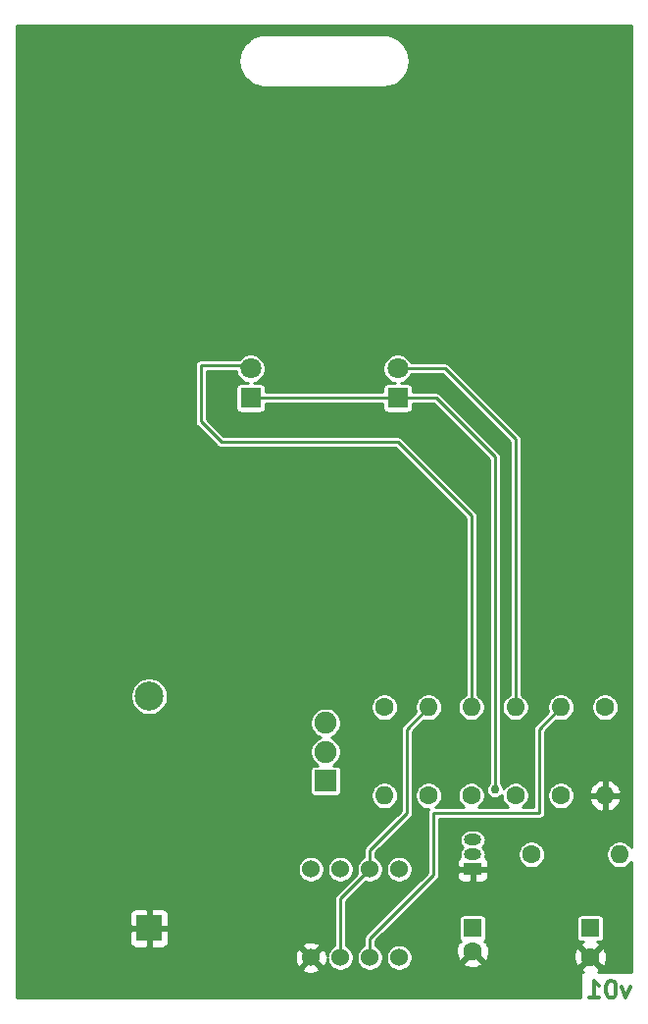
<source format=gbl>
%TF.GenerationSoftware,KiCad,Pcbnew,(5.1.6)-1*%
%TF.CreationDate,2020-09-24T16:41:58+05:30*%
%TF.ProjectId,555_Badge,3535355f-4261-4646-9765-2e6b69636164,v01*%
%TF.SameCoordinates,Original*%
%TF.FileFunction,Copper,L2,Bot*%
%TF.FilePolarity,Positive*%
%FSLAX46Y46*%
G04 Gerber Fmt 4.6, Leading zero omitted, Abs format (unit mm)*
G04 Created by KiCad (PCBNEW (5.1.6)-1) date 2020-09-24 16:41:58*
%MOMM*%
%LPD*%
G01*
G04 APERTURE LIST*
%TA.AperFunction,NonConductor*%
%ADD10C,0.300000*%
%TD*%
%TA.AperFunction,ComponentPad*%
%ADD11C,2.500000*%
%TD*%
%TA.AperFunction,ComponentPad*%
%ADD12R,2.170000X2.170000*%
%TD*%
%TA.AperFunction,ComponentPad*%
%ADD13C,1.600000*%
%TD*%
%TA.AperFunction,ComponentPad*%
%ADD14R,1.600000X1.600000*%
%TD*%
%TA.AperFunction,ComponentPad*%
%ADD15C,1.800000*%
%TD*%
%TA.AperFunction,ComponentPad*%
%ADD16R,1.800000X1.800000*%
%TD*%
%TA.AperFunction,ComponentPad*%
%ADD17O,1.500000X1.000000*%
%TD*%
%TA.AperFunction,ComponentPad*%
%ADD18R,1.500000X1.000000*%
%TD*%
%TA.AperFunction,ComponentPad*%
%ADD19O,1.600000X1.600000*%
%TD*%
%TA.AperFunction,ComponentPad*%
%ADD20R,1.900000X1.900000*%
%TD*%
%TA.AperFunction,ComponentPad*%
%ADD21C,1.900000*%
%TD*%
%TA.AperFunction,ComponentPad*%
%ADD22C,1.524000*%
%TD*%
%TA.AperFunction,ViaPad*%
%ADD23C,0.762000*%
%TD*%
%TA.AperFunction,Conductor*%
%ADD24C,0.254000*%
%TD*%
G04 APERTURE END LIST*
D10*
X180347714Y-125662571D02*
X179990571Y-126662571D01*
X179633428Y-125662571D01*
X178776285Y-125162571D02*
X178633428Y-125162571D01*
X178490571Y-125234000D01*
X178419142Y-125305428D01*
X178347714Y-125448285D01*
X178276285Y-125734000D01*
X178276285Y-126091142D01*
X178347714Y-126376857D01*
X178419142Y-126519714D01*
X178490571Y-126591142D01*
X178633428Y-126662571D01*
X178776285Y-126662571D01*
X178919142Y-126591142D01*
X178990571Y-126519714D01*
X179062000Y-126376857D01*
X179133428Y-126091142D01*
X179133428Y-125734000D01*
X179062000Y-125448285D01*
X178990571Y-125305428D01*
X178919142Y-125234000D01*
X178776285Y-125162571D01*
X176847714Y-126662571D02*
X177704857Y-126662571D01*
X177276285Y-126662571D02*
X177276285Y-125162571D01*
X177419142Y-125376857D01*
X177562000Y-125519714D01*
X177704857Y-125591142D01*
D11*
%TO.P,BAT1,Pos*%
%TO.N,Net-(BAT1-PadPos)*%
X138811000Y-100650000D03*
D12*
%TO.P,BAT1,Neg*%
%TO.N,GND*%
X138811000Y-120650000D03*
%TD*%
D13*
%TO.P,C1,2*%
%TO.N,GND*%
X166751000Y-122650000D03*
D14*
%TO.P,C1,1*%
%TO.N,Net-(C1-Pad1)*%
X166751000Y-120650000D03*
%TD*%
D13*
%TO.P,C2,2*%
%TO.N,GND*%
X176911000Y-123150000D03*
D14*
%TO.P,C2,1*%
%TO.N,Net-(C2-Pad1)*%
X176911000Y-120650000D03*
%TD*%
D15*
%TO.P,D1,2*%
%TO.N,Net-(D1-Pad2)*%
X147574000Y-72390000D03*
D16*
%TO.P,D1,1*%
%TO.N,Net-(D1-Pad1)*%
X147574000Y-74930000D03*
%TD*%
D15*
%TO.P,D2,2*%
%TO.N,Net-(D2-Pad2)*%
X160274000Y-72390000D03*
D16*
%TO.P,D2,1*%
%TO.N,Net-(D1-Pad1)*%
X160274000Y-74930000D03*
%TD*%
D17*
%TO.P,Q1,2*%
%TO.N,Net-(Q1-Pad2)*%
X166751000Y-114300000D03*
%TO.P,Q1,3*%
%TO.N,Net-(D1-Pad1)*%
X166751000Y-113030000D03*
D18*
%TO.P,Q1,1*%
%TO.N,GND*%
X166751000Y-115570000D03*
%TD*%
D13*
%TO.P,R1,1*%
%TO.N,VCC*%
X159131000Y-101600000D03*
D19*
%TO.P,R1,2*%
%TO.N,Net-(R1-Pad2)*%
X159131000Y-109220000D03*
%TD*%
D13*
%TO.P,R2,1*%
%TO.N,Net-(R1-Pad2)*%
X162941000Y-109220000D03*
D19*
%TO.P,R2,2*%
%TO.N,Net-(C1-Pad1)*%
X162941000Y-101600000D03*
%TD*%
D13*
%TO.P,R3,1*%
%TO.N,Net-(C2-Pad1)*%
X174371000Y-109220000D03*
D19*
%TO.P,R3,2*%
%TO.N,Net-(R3-Pad2)*%
X174371000Y-101600000D03*
%TD*%
%TO.P,R4,2*%
%TO.N,GND*%
X178181000Y-109220000D03*
D13*
%TO.P,R4,1*%
%TO.N,Net-(C2-Pad1)*%
X178181000Y-101600000D03*
%TD*%
%TO.P,R5,1*%
%TO.N,Net-(Q1-Pad2)*%
X171831000Y-114300000D03*
D19*
%TO.P,R5,2*%
%TO.N,Net-(C2-Pad1)*%
X179451000Y-114300000D03*
%TD*%
%TO.P,R6,2*%
%TO.N,Net-(D1-Pad2)*%
X166624000Y-101600000D03*
D13*
%TO.P,R6,1*%
%TO.N,VCC*%
X166624000Y-109220000D03*
%TD*%
%TO.P,R7,1*%
%TO.N,VCC*%
X170434000Y-109220000D03*
D19*
%TO.P,R7,2*%
%TO.N,Net-(D2-Pad2)*%
X170434000Y-101600000D03*
%TD*%
D20*
%TO.P,S1,1*%
%TO.N,Net-(S1-Pad1)*%
X154051000Y-107950000D03*
D21*
%TO.P,S1,2*%
%TO.N,VCC*%
X154051000Y-105450000D03*
%TO.P,S1,3*%
%TO.N,Net-(BAT1-PadPos)*%
X154051000Y-102950000D03*
%TD*%
D22*
%TO.P,U1,8*%
%TO.N,VCC*%
X152781000Y-115570000D03*
%TO.P,U1,7*%
%TO.N,Net-(R1-Pad2)*%
X155321000Y-115570000D03*
%TO.P,U1,6*%
%TO.N,Net-(C1-Pad1)*%
X157861000Y-115570000D03*
%TO.P,U1,5*%
%TO.N,Net-(U1-Pad5)*%
X160401000Y-115570000D03*
%TO.P,U1,4*%
%TO.N,VCC*%
X160401000Y-123190000D03*
%TO.P,U1,3*%
%TO.N,Net-(R3-Pad2)*%
X157861000Y-123190000D03*
%TO.P,U1,2*%
%TO.N,Net-(C1-Pad1)*%
X155321000Y-123190000D03*
%TO.P,U1,1*%
%TO.N,GND*%
X152781000Y-123190000D03*
%TD*%
D23*
%TO.N,Net-(D1-Pad1)*%
X168656000Y-108712000D03*
%TD*%
D24*
%TO.N,Net-(C1-Pad1)*%
X155321000Y-118110000D02*
X157861000Y-115570000D01*
X155321000Y-123190000D02*
X155321000Y-118110000D01*
X161036000Y-103505000D02*
X162941000Y-101600000D01*
X161036000Y-110744000D02*
X161036000Y-103505000D01*
X157861000Y-115570000D02*
X157861000Y-113919000D01*
X157861000Y-113919000D02*
X161036000Y-110744000D01*
%TO.N,Net-(D1-Pad1)*%
X168656000Y-108712000D02*
X168656000Y-80010000D01*
X168656000Y-80010000D02*
X163576000Y-74930000D01*
X163576000Y-74930000D02*
X160274000Y-74930000D01*
X160274000Y-74930000D02*
X147574000Y-74930000D01*
%TO.N,Net-(D1-Pad2)*%
X166624000Y-101600000D02*
X166624000Y-85090000D01*
X166624000Y-85090000D02*
X160274000Y-78740000D01*
X160274000Y-78740000D02*
X145034000Y-78740000D01*
X145034000Y-78740000D02*
X143256000Y-76962000D01*
X143256000Y-76962000D02*
X143256000Y-72136000D01*
X147320000Y-72136000D02*
X147574000Y-72390000D01*
X143256000Y-72136000D02*
X147320000Y-72136000D01*
%TO.N,Net-(D2-Pad2)*%
X170434000Y-101600000D02*
X170434000Y-78486000D01*
X164338000Y-72390000D02*
X160274000Y-72390000D01*
X170434000Y-78486000D02*
X164338000Y-72390000D01*
%TO.N,Net-(R3-Pad2)*%
X157861000Y-123190000D02*
X157861000Y-121539000D01*
X157861000Y-121539000D02*
X163322000Y-116078000D01*
X163322000Y-116078000D02*
X163322000Y-110744000D01*
X163322000Y-110744000D02*
X172466000Y-110744000D01*
X172466000Y-103505000D02*
X174371000Y-101600000D01*
X172466000Y-110744000D02*
X172466000Y-103505000D01*
%TD*%
%TO.N,GND*%
G36*
X180454300Y-113675802D02*
G01*
X180368342Y-113547157D01*
X180203843Y-113382658D01*
X180010413Y-113253412D01*
X179795485Y-113164386D01*
X179567318Y-113119000D01*
X179334682Y-113119000D01*
X179106515Y-113164386D01*
X178891587Y-113253412D01*
X178698157Y-113382658D01*
X178533658Y-113547157D01*
X178404412Y-113740587D01*
X178315386Y-113955515D01*
X178270000Y-114183682D01*
X178270000Y-114416318D01*
X178315386Y-114644485D01*
X178404412Y-114859413D01*
X178533658Y-115052843D01*
X178698157Y-115217342D01*
X178891587Y-115346588D01*
X179106515Y-115435614D01*
X179334682Y-115481000D01*
X179567318Y-115481000D01*
X179795485Y-115435614D01*
X180010413Y-115346588D01*
X180203843Y-115217342D01*
X180368342Y-115052843D01*
X180454300Y-114924198D01*
X180454300Y-124448000D01*
X177537775Y-124448000D01*
X177652514Y-124386671D01*
X177724097Y-124142702D01*
X176911000Y-123329605D01*
X176097903Y-124142702D01*
X176169486Y-124386671D01*
X176299099Y-124448000D01*
X176031000Y-124448000D01*
X176031000Y-126606300D01*
X127393700Y-126606300D01*
X127393700Y-124155565D01*
X151995040Y-124155565D01*
X152062020Y-124395656D01*
X152311048Y-124512756D01*
X152578135Y-124579023D01*
X152853017Y-124591910D01*
X153125133Y-124550922D01*
X153384023Y-124457636D01*
X153499980Y-124395656D01*
X153566960Y-124155565D01*
X152781000Y-123369605D01*
X151995040Y-124155565D01*
X127393700Y-124155565D01*
X127393700Y-123262017D01*
X151379090Y-123262017D01*
X151420078Y-123534133D01*
X151513364Y-123793023D01*
X151575344Y-123908980D01*
X151815435Y-123975960D01*
X152601395Y-123190000D01*
X152960605Y-123190000D01*
X153746565Y-123975960D01*
X153986656Y-123908980D01*
X154103756Y-123659952D01*
X154170023Y-123392865D01*
X154178000Y-123222714D01*
X154178000Y-123302576D01*
X154221925Y-123523401D01*
X154308087Y-123731413D01*
X154433174Y-123918620D01*
X154592380Y-124077826D01*
X154779587Y-124202913D01*
X154987599Y-124289075D01*
X155208424Y-124333000D01*
X155433576Y-124333000D01*
X155654401Y-124289075D01*
X155862413Y-124202913D01*
X156049620Y-124077826D01*
X156208826Y-123918620D01*
X156333913Y-123731413D01*
X156420075Y-123523401D01*
X156464000Y-123302576D01*
X156464000Y-123077424D01*
X156420075Y-122856599D01*
X156333913Y-122648587D01*
X156208826Y-122461380D01*
X156049620Y-122302174D01*
X155862413Y-122177087D01*
X155829000Y-122163247D01*
X155829000Y-118320420D01*
X157494186Y-116655235D01*
X157527599Y-116669075D01*
X157748424Y-116713000D01*
X157973576Y-116713000D01*
X158194401Y-116669075D01*
X158402413Y-116582913D01*
X158589620Y-116457826D01*
X158748826Y-116298620D01*
X158873913Y-116111413D01*
X158960075Y-115903401D01*
X159004000Y-115682576D01*
X159004000Y-115457424D01*
X159258000Y-115457424D01*
X159258000Y-115682576D01*
X159301925Y-115903401D01*
X159388087Y-116111413D01*
X159513174Y-116298620D01*
X159672380Y-116457826D01*
X159859587Y-116582913D01*
X160067599Y-116669075D01*
X160288424Y-116713000D01*
X160513576Y-116713000D01*
X160734401Y-116669075D01*
X160942413Y-116582913D01*
X161129620Y-116457826D01*
X161288826Y-116298620D01*
X161413913Y-116111413D01*
X161500075Y-115903401D01*
X161544000Y-115682576D01*
X161544000Y-115457424D01*
X161500075Y-115236599D01*
X161413913Y-115028587D01*
X161288826Y-114841380D01*
X161129620Y-114682174D01*
X160942413Y-114557087D01*
X160734401Y-114470925D01*
X160513576Y-114427000D01*
X160288424Y-114427000D01*
X160067599Y-114470925D01*
X159859587Y-114557087D01*
X159672380Y-114682174D01*
X159513174Y-114841380D01*
X159388087Y-115028587D01*
X159301925Y-115236599D01*
X159258000Y-115457424D01*
X159004000Y-115457424D01*
X158960075Y-115236599D01*
X158873913Y-115028587D01*
X158748826Y-114841380D01*
X158589620Y-114682174D01*
X158402413Y-114557087D01*
X158369000Y-114543247D01*
X158369000Y-114129420D01*
X161377571Y-111120850D01*
X161396948Y-111104948D01*
X161415624Y-111082190D01*
X161460429Y-111027596D01*
X161507600Y-110939344D01*
X161507601Y-110939343D01*
X161536649Y-110843585D01*
X161544000Y-110768947D01*
X161544000Y-110768945D01*
X161546457Y-110744001D01*
X161544000Y-110719053D01*
X161544000Y-103715420D01*
X162545102Y-102714318D01*
X162596515Y-102735614D01*
X162824682Y-102781000D01*
X163057318Y-102781000D01*
X163285485Y-102735614D01*
X163500413Y-102646588D01*
X163693843Y-102517342D01*
X163858342Y-102352843D01*
X163987588Y-102159413D01*
X164076614Y-101944485D01*
X164122000Y-101716318D01*
X164122000Y-101483682D01*
X164076614Y-101255515D01*
X163987588Y-101040587D01*
X163858342Y-100847157D01*
X163693843Y-100682658D01*
X163500413Y-100553412D01*
X163285485Y-100464386D01*
X163057318Y-100419000D01*
X162824682Y-100419000D01*
X162596515Y-100464386D01*
X162381587Y-100553412D01*
X162188157Y-100682658D01*
X162023658Y-100847157D01*
X161894412Y-101040587D01*
X161805386Y-101255515D01*
X161760000Y-101483682D01*
X161760000Y-101716318D01*
X161805386Y-101944485D01*
X161826682Y-101995898D01*
X160694430Y-103128150D01*
X160675053Y-103144052D01*
X160659151Y-103163429D01*
X160659150Y-103163430D01*
X160611571Y-103221405D01*
X160564400Y-103309657D01*
X160535352Y-103405416D01*
X160525543Y-103505000D01*
X160528001Y-103529954D01*
X160528000Y-110533579D01*
X157519430Y-113542150D01*
X157500053Y-113558052D01*
X157484151Y-113577429D01*
X157484150Y-113577430D01*
X157436571Y-113635405D01*
X157389400Y-113723657D01*
X157360352Y-113819416D01*
X157350543Y-113919000D01*
X157353001Y-113943954D01*
X157353001Y-114543247D01*
X157319587Y-114557087D01*
X157132380Y-114682174D01*
X156973174Y-114841380D01*
X156848087Y-115028587D01*
X156761925Y-115236599D01*
X156718000Y-115457424D01*
X156718000Y-115682576D01*
X156761925Y-115903401D01*
X156775765Y-115936814D01*
X154979430Y-117733150D01*
X154960053Y-117749052D01*
X154944151Y-117768429D01*
X154944150Y-117768430D01*
X154896571Y-117826405D01*
X154849400Y-117914657D01*
X154820352Y-118010416D01*
X154810543Y-118110000D01*
X154813001Y-118134954D01*
X154813000Y-122163247D01*
X154779587Y-122177087D01*
X154592380Y-122302174D01*
X154433174Y-122461380D01*
X154308087Y-122648587D01*
X154221925Y-122856599D01*
X154178000Y-123077424D01*
X154178000Y-123085386D01*
X154141922Y-122845867D01*
X154048636Y-122586977D01*
X153986656Y-122471020D01*
X153746565Y-122404040D01*
X152960605Y-123190000D01*
X152601395Y-123190000D01*
X151815435Y-122404040D01*
X151575344Y-122471020D01*
X151458244Y-122720048D01*
X151391977Y-122987135D01*
X151379090Y-123262017D01*
X127393700Y-123262017D01*
X127393700Y-121735000D01*
X137087928Y-121735000D01*
X137100188Y-121859482D01*
X137136498Y-121979180D01*
X137195463Y-122089494D01*
X137274815Y-122186185D01*
X137371506Y-122265537D01*
X137481820Y-122324502D01*
X137601518Y-122360812D01*
X137726000Y-122373072D01*
X138525250Y-122370000D01*
X138684000Y-122211250D01*
X138684000Y-120777000D01*
X138938000Y-120777000D01*
X138938000Y-122211250D01*
X139096750Y-122370000D01*
X139896000Y-122373072D01*
X140020482Y-122360812D01*
X140140180Y-122324502D01*
X140250494Y-122265537D01*
X140300577Y-122224435D01*
X151995040Y-122224435D01*
X152781000Y-123010395D01*
X153566960Y-122224435D01*
X153499980Y-121984344D01*
X153250952Y-121867244D01*
X152983865Y-121800977D01*
X152708983Y-121788090D01*
X152436867Y-121829078D01*
X152177977Y-121922364D01*
X152062020Y-121984344D01*
X151995040Y-122224435D01*
X140300577Y-122224435D01*
X140347185Y-122186185D01*
X140426537Y-122089494D01*
X140485502Y-121979180D01*
X140521812Y-121859482D01*
X140534072Y-121735000D01*
X140531000Y-120935750D01*
X140372250Y-120777000D01*
X138938000Y-120777000D01*
X138684000Y-120777000D01*
X137249750Y-120777000D01*
X137091000Y-120935750D01*
X137087928Y-121735000D01*
X127393700Y-121735000D01*
X127393700Y-119565000D01*
X137087928Y-119565000D01*
X137091000Y-120364250D01*
X137249750Y-120523000D01*
X138684000Y-120523000D01*
X138684000Y-119088750D01*
X138938000Y-119088750D01*
X138938000Y-120523000D01*
X140372250Y-120523000D01*
X140531000Y-120364250D01*
X140534072Y-119565000D01*
X140521812Y-119440518D01*
X140485502Y-119320820D01*
X140426537Y-119210506D01*
X140347185Y-119113815D01*
X140250494Y-119034463D01*
X140140180Y-118975498D01*
X140020482Y-118939188D01*
X139896000Y-118926928D01*
X139096750Y-118930000D01*
X138938000Y-119088750D01*
X138684000Y-119088750D01*
X138525250Y-118930000D01*
X137726000Y-118926928D01*
X137601518Y-118939188D01*
X137481820Y-118975498D01*
X137371506Y-119034463D01*
X137274815Y-119113815D01*
X137195463Y-119210506D01*
X137136498Y-119320820D01*
X137100188Y-119440518D01*
X137087928Y-119565000D01*
X127393700Y-119565000D01*
X127393700Y-115457424D01*
X151638000Y-115457424D01*
X151638000Y-115682576D01*
X151681925Y-115903401D01*
X151768087Y-116111413D01*
X151893174Y-116298620D01*
X152052380Y-116457826D01*
X152239587Y-116582913D01*
X152447599Y-116669075D01*
X152668424Y-116713000D01*
X152893576Y-116713000D01*
X153114401Y-116669075D01*
X153322413Y-116582913D01*
X153509620Y-116457826D01*
X153668826Y-116298620D01*
X153793913Y-116111413D01*
X153880075Y-115903401D01*
X153924000Y-115682576D01*
X153924000Y-115457424D01*
X154178000Y-115457424D01*
X154178000Y-115682576D01*
X154221925Y-115903401D01*
X154308087Y-116111413D01*
X154433174Y-116298620D01*
X154592380Y-116457826D01*
X154779587Y-116582913D01*
X154987599Y-116669075D01*
X155208424Y-116713000D01*
X155433576Y-116713000D01*
X155654401Y-116669075D01*
X155862413Y-116582913D01*
X156049620Y-116457826D01*
X156208826Y-116298620D01*
X156333913Y-116111413D01*
X156420075Y-115903401D01*
X156464000Y-115682576D01*
X156464000Y-115457424D01*
X156420075Y-115236599D01*
X156333913Y-115028587D01*
X156208826Y-114841380D01*
X156049620Y-114682174D01*
X155862413Y-114557087D01*
X155654401Y-114470925D01*
X155433576Y-114427000D01*
X155208424Y-114427000D01*
X154987599Y-114470925D01*
X154779587Y-114557087D01*
X154592380Y-114682174D01*
X154433174Y-114841380D01*
X154308087Y-115028587D01*
X154221925Y-115236599D01*
X154178000Y-115457424D01*
X153924000Y-115457424D01*
X153880075Y-115236599D01*
X153793913Y-115028587D01*
X153668826Y-114841380D01*
X153509620Y-114682174D01*
X153322413Y-114557087D01*
X153114401Y-114470925D01*
X152893576Y-114427000D01*
X152668424Y-114427000D01*
X152447599Y-114470925D01*
X152239587Y-114557087D01*
X152052380Y-114682174D01*
X151893174Y-114841380D01*
X151768087Y-115028587D01*
X151681925Y-115236599D01*
X151638000Y-115457424D01*
X127393700Y-115457424D01*
X127393700Y-107000000D01*
X152718157Y-107000000D01*
X152718157Y-108900000D01*
X152725513Y-108974689D01*
X152747299Y-109046508D01*
X152782678Y-109112696D01*
X152830289Y-109170711D01*
X152888304Y-109218322D01*
X152954492Y-109253701D01*
X153026311Y-109275487D01*
X153101000Y-109282843D01*
X155001000Y-109282843D01*
X155075689Y-109275487D01*
X155147508Y-109253701D01*
X155213696Y-109218322D01*
X155271711Y-109170711D01*
X155319322Y-109112696D01*
X155324140Y-109103682D01*
X157950000Y-109103682D01*
X157950000Y-109336318D01*
X157995386Y-109564485D01*
X158084412Y-109779413D01*
X158213658Y-109972843D01*
X158378157Y-110137342D01*
X158571587Y-110266588D01*
X158786515Y-110355614D01*
X159014682Y-110401000D01*
X159247318Y-110401000D01*
X159475485Y-110355614D01*
X159690413Y-110266588D01*
X159883843Y-110137342D01*
X160048342Y-109972843D01*
X160177588Y-109779413D01*
X160266614Y-109564485D01*
X160312000Y-109336318D01*
X160312000Y-109103682D01*
X160266614Y-108875515D01*
X160177588Y-108660587D01*
X160048342Y-108467157D01*
X159883843Y-108302658D01*
X159690413Y-108173412D01*
X159475485Y-108084386D01*
X159247318Y-108039000D01*
X159014682Y-108039000D01*
X158786515Y-108084386D01*
X158571587Y-108173412D01*
X158378157Y-108302658D01*
X158213658Y-108467157D01*
X158084412Y-108660587D01*
X157995386Y-108875515D01*
X157950000Y-109103682D01*
X155324140Y-109103682D01*
X155354701Y-109046508D01*
X155376487Y-108974689D01*
X155383843Y-108900000D01*
X155383843Y-107000000D01*
X155376487Y-106925311D01*
X155354701Y-106853492D01*
X155319322Y-106787304D01*
X155271711Y-106729289D01*
X155213696Y-106681678D01*
X155147508Y-106646299D01*
X155075689Y-106624513D01*
X155001000Y-106617157D01*
X154699963Y-106617157D01*
X154899463Y-106483855D01*
X155084855Y-106298463D01*
X155230517Y-106080465D01*
X155330850Y-105838238D01*
X155382000Y-105581092D01*
X155382000Y-105318908D01*
X155330850Y-105061762D01*
X155230517Y-104819535D01*
X155084855Y-104601537D01*
X154899463Y-104416145D01*
X154681465Y-104270483D01*
X154511303Y-104200000D01*
X154681465Y-104129517D01*
X154899463Y-103983855D01*
X155084855Y-103798463D01*
X155230517Y-103580465D01*
X155330850Y-103338238D01*
X155382000Y-103081092D01*
X155382000Y-102818908D01*
X155330850Y-102561762D01*
X155230517Y-102319535D01*
X155084855Y-102101537D01*
X154899463Y-101916145D01*
X154681465Y-101770483D01*
X154439238Y-101670150D01*
X154182092Y-101619000D01*
X153919908Y-101619000D01*
X153662762Y-101670150D01*
X153420535Y-101770483D01*
X153202537Y-101916145D01*
X153017145Y-102101537D01*
X152871483Y-102319535D01*
X152771150Y-102561762D01*
X152720000Y-102818908D01*
X152720000Y-103081092D01*
X152771150Y-103338238D01*
X152871483Y-103580465D01*
X153017145Y-103798463D01*
X153202537Y-103983855D01*
X153420535Y-104129517D01*
X153590697Y-104200000D01*
X153420535Y-104270483D01*
X153202537Y-104416145D01*
X153017145Y-104601537D01*
X152871483Y-104819535D01*
X152771150Y-105061762D01*
X152720000Y-105318908D01*
X152720000Y-105581092D01*
X152771150Y-105838238D01*
X152871483Y-106080465D01*
X153017145Y-106298463D01*
X153202537Y-106483855D01*
X153402037Y-106617157D01*
X153101000Y-106617157D01*
X153026311Y-106624513D01*
X152954492Y-106646299D01*
X152888304Y-106681678D01*
X152830289Y-106729289D01*
X152782678Y-106787304D01*
X152747299Y-106853492D01*
X152725513Y-106925311D01*
X152718157Y-107000000D01*
X127393700Y-107000000D01*
X127393700Y-100489360D01*
X137180000Y-100489360D01*
X137180000Y-100810640D01*
X137242678Y-101125745D01*
X137365626Y-101422568D01*
X137544119Y-101689702D01*
X137771298Y-101916881D01*
X138038432Y-102095374D01*
X138335255Y-102218322D01*
X138650360Y-102281000D01*
X138971640Y-102281000D01*
X139286745Y-102218322D01*
X139583568Y-102095374D01*
X139850702Y-101916881D01*
X140077881Y-101689702D01*
X140215538Y-101483682D01*
X157950000Y-101483682D01*
X157950000Y-101716318D01*
X157995386Y-101944485D01*
X158084412Y-102159413D01*
X158213658Y-102352843D01*
X158378157Y-102517342D01*
X158571587Y-102646588D01*
X158786515Y-102735614D01*
X159014682Y-102781000D01*
X159247318Y-102781000D01*
X159475485Y-102735614D01*
X159690413Y-102646588D01*
X159883843Y-102517342D01*
X160048342Y-102352843D01*
X160177588Y-102159413D01*
X160266614Y-101944485D01*
X160312000Y-101716318D01*
X160312000Y-101483682D01*
X160266614Y-101255515D01*
X160177588Y-101040587D01*
X160048342Y-100847157D01*
X159883843Y-100682658D01*
X159690413Y-100553412D01*
X159475485Y-100464386D01*
X159247318Y-100419000D01*
X159014682Y-100419000D01*
X158786515Y-100464386D01*
X158571587Y-100553412D01*
X158378157Y-100682658D01*
X158213658Y-100847157D01*
X158084412Y-101040587D01*
X157995386Y-101255515D01*
X157950000Y-101483682D01*
X140215538Y-101483682D01*
X140256374Y-101422568D01*
X140379322Y-101125745D01*
X140442000Y-100810640D01*
X140442000Y-100489360D01*
X140379322Y-100174255D01*
X140256374Y-99877432D01*
X140077881Y-99610298D01*
X139850702Y-99383119D01*
X139583568Y-99204626D01*
X139286745Y-99081678D01*
X138971640Y-99019000D01*
X138650360Y-99019000D01*
X138335255Y-99081678D01*
X138038432Y-99204626D01*
X137771298Y-99383119D01*
X137544119Y-99610298D01*
X137365626Y-99877432D01*
X137242678Y-100174255D01*
X137180000Y-100489360D01*
X127393700Y-100489360D01*
X127393700Y-72136000D01*
X142745543Y-72136000D01*
X142748001Y-72160957D01*
X142748000Y-76937056D01*
X142745543Y-76962000D01*
X142748000Y-76986944D01*
X142748000Y-76986946D01*
X142755351Y-77061584D01*
X142784399Y-77157342D01*
X142831571Y-77245595D01*
X142895052Y-77322948D01*
X142914435Y-77338855D01*
X144657145Y-79081565D01*
X144673052Y-79100948D01*
X144750405Y-79164429D01*
X144838657Y-79211601D01*
X144934415Y-79240649D01*
X145009053Y-79248000D01*
X145009056Y-79248000D01*
X145034000Y-79250457D01*
X145058944Y-79248000D01*
X160063580Y-79248000D01*
X166116001Y-85300422D01*
X166116000Y-100532116D01*
X166064587Y-100553412D01*
X165871157Y-100682658D01*
X165706658Y-100847157D01*
X165577412Y-101040587D01*
X165488386Y-101255515D01*
X165443000Y-101483682D01*
X165443000Y-101716318D01*
X165488386Y-101944485D01*
X165577412Y-102159413D01*
X165706658Y-102352843D01*
X165871157Y-102517342D01*
X166064587Y-102646588D01*
X166279515Y-102735614D01*
X166507682Y-102781000D01*
X166740318Y-102781000D01*
X166968485Y-102735614D01*
X167183413Y-102646588D01*
X167376843Y-102517342D01*
X167541342Y-102352843D01*
X167670588Y-102159413D01*
X167759614Y-101944485D01*
X167805000Y-101716318D01*
X167805000Y-101483682D01*
X167759614Y-101255515D01*
X167670588Y-101040587D01*
X167541342Y-100847157D01*
X167376843Y-100682658D01*
X167183413Y-100553412D01*
X167132000Y-100532116D01*
X167132000Y-85114943D01*
X167134457Y-85089999D01*
X167132000Y-85065053D01*
X167124649Y-84990415D01*
X167095601Y-84894657D01*
X167073643Y-84853576D01*
X167048429Y-84806404D01*
X167000850Y-84748429D01*
X166984948Y-84729052D01*
X166965571Y-84713150D01*
X160650855Y-78398435D01*
X160634948Y-78379052D01*
X160557595Y-78315571D01*
X160469343Y-78268399D01*
X160373585Y-78239351D01*
X160298947Y-78232000D01*
X160298944Y-78232000D01*
X160274000Y-78229543D01*
X160249056Y-78232000D01*
X145244420Y-78232000D01*
X143764000Y-76751580D01*
X143764000Y-72644000D01*
X146318427Y-72644000D01*
X146342228Y-72763654D01*
X146438793Y-72996781D01*
X146578982Y-73206590D01*
X146757410Y-73385018D01*
X146967219Y-73525207D01*
X147200346Y-73621772D01*
X147327966Y-73647157D01*
X146674000Y-73647157D01*
X146599311Y-73654513D01*
X146527492Y-73676299D01*
X146461304Y-73711678D01*
X146403289Y-73759289D01*
X146355678Y-73817304D01*
X146320299Y-73883492D01*
X146298513Y-73955311D01*
X146291157Y-74030000D01*
X146291157Y-75830000D01*
X146298513Y-75904689D01*
X146320299Y-75976508D01*
X146355678Y-76042696D01*
X146403289Y-76100711D01*
X146461304Y-76148322D01*
X146527492Y-76183701D01*
X146599311Y-76205487D01*
X146674000Y-76212843D01*
X148474000Y-76212843D01*
X148548689Y-76205487D01*
X148620508Y-76183701D01*
X148686696Y-76148322D01*
X148744711Y-76100711D01*
X148792322Y-76042696D01*
X148827701Y-75976508D01*
X148849487Y-75904689D01*
X148856843Y-75830000D01*
X148856843Y-75438000D01*
X158991157Y-75438000D01*
X158991157Y-75830000D01*
X158998513Y-75904689D01*
X159020299Y-75976508D01*
X159055678Y-76042696D01*
X159103289Y-76100711D01*
X159161304Y-76148322D01*
X159227492Y-76183701D01*
X159299311Y-76205487D01*
X159374000Y-76212843D01*
X161174000Y-76212843D01*
X161248689Y-76205487D01*
X161320508Y-76183701D01*
X161386696Y-76148322D01*
X161444711Y-76100711D01*
X161492322Y-76042696D01*
X161527701Y-75976508D01*
X161549487Y-75904689D01*
X161556843Y-75830000D01*
X161556843Y-75438000D01*
X163365580Y-75438000D01*
X168148001Y-80220421D01*
X168148000Y-108142369D01*
X168064116Y-108226253D01*
X167980724Y-108351058D01*
X167923283Y-108489733D01*
X167894000Y-108636950D01*
X167894000Y-108787050D01*
X167923283Y-108934267D01*
X167980724Y-109072942D01*
X168064116Y-109197747D01*
X168170253Y-109303884D01*
X168295058Y-109387276D01*
X168433733Y-109444717D01*
X168580950Y-109474000D01*
X168731050Y-109474000D01*
X168878267Y-109444717D01*
X169016942Y-109387276D01*
X169141747Y-109303884D01*
X169247884Y-109197747D01*
X169253000Y-109190090D01*
X169253000Y-109336318D01*
X169298386Y-109564485D01*
X169387412Y-109779413D01*
X169516658Y-109972843D01*
X169681157Y-110137342D01*
X169828809Y-110236000D01*
X167229191Y-110236000D01*
X167376843Y-110137342D01*
X167541342Y-109972843D01*
X167670588Y-109779413D01*
X167759614Y-109564485D01*
X167805000Y-109336318D01*
X167805000Y-109103682D01*
X167759614Y-108875515D01*
X167670588Y-108660587D01*
X167541342Y-108467157D01*
X167376843Y-108302658D01*
X167183413Y-108173412D01*
X166968485Y-108084386D01*
X166740318Y-108039000D01*
X166507682Y-108039000D01*
X166279515Y-108084386D01*
X166064587Y-108173412D01*
X165871157Y-108302658D01*
X165706658Y-108467157D01*
X165577412Y-108660587D01*
X165488386Y-108875515D01*
X165443000Y-109103682D01*
X165443000Y-109336318D01*
X165488386Y-109564485D01*
X165577412Y-109779413D01*
X165706658Y-109972843D01*
X165871157Y-110137342D01*
X166018809Y-110236000D01*
X163546191Y-110236000D01*
X163693843Y-110137342D01*
X163858342Y-109972843D01*
X163987588Y-109779413D01*
X164076614Y-109564485D01*
X164122000Y-109336318D01*
X164122000Y-109103682D01*
X164076614Y-108875515D01*
X163987588Y-108660587D01*
X163858342Y-108467157D01*
X163693843Y-108302658D01*
X163500413Y-108173412D01*
X163285485Y-108084386D01*
X163057318Y-108039000D01*
X162824682Y-108039000D01*
X162596515Y-108084386D01*
X162381587Y-108173412D01*
X162188157Y-108302658D01*
X162023658Y-108467157D01*
X161894412Y-108660587D01*
X161805386Y-108875515D01*
X161760000Y-109103682D01*
X161760000Y-109336318D01*
X161805386Y-109564485D01*
X161894412Y-109779413D01*
X162023658Y-109972843D01*
X162188157Y-110137342D01*
X162381587Y-110266588D01*
X162596515Y-110355614D01*
X162824682Y-110401000D01*
X162946323Y-110401000D01*
X162897571Y-110460405D01*
X162850399Y-110548657D01*
X162821351Y-110644415D01*
X162811543Y-110744000D01*
X162814001Y-110768957D01*
X162814000Y-115867579D01*
X157519430Y-121162150D01*
X157500053Y-121178052D01*
X157484151Y-121197429D01*
X157484150Y-121197430D01*
X157436571Y-121255405D01*
X157389400Y-121343657D01*
X157360352Y-121439416D01*
X157350543Y-121539000D01*
X157353001Y-121563954D01*
X157353001Y-122163247D01*
X157319587Y-122177087D01*
X157132380Y-122302174D01*
X156973174Y-122461380D01*
X156848087Y-122648587D01*
X156761925Y-122856599D01*
X156718000Y-123077424D01*
X156718000Y-123302576D01*
X156761925Y-123523401D01*
X156848087Y-123731413D01*
X156973174Y-123918620D01*
X157132380Y-124077826D01*
X157319587Y-124202913D01*
X157527599Y-124289075D01*
X157748424Y-124333000D01*
X157973576Y-124333000D01*
X158194401Y-124289075D01*
X158402413Y-124202913D01*
X158589620Y-124077826D01*
X158748826Y-123918620D01*
X158873913Y-123731413D01*
X158960075Y-123523401D01*
X159004000Y-123302576D01*
X159004000Y-123077424D01*
X159258000Y-123077424D01*
X159258000Y-123302576D01*
X159301925Y-123523401D01*
X159388087Y-123731413D01*
X159513174Y-123918620D01*
X159672380Y-124077826D01*
X159859587Y-124202913D01*
X160067599Y-124289075D01*
X160288424Y-124333000D01*
X160513576Y-124333000D01*
X160734401Y-124289075D01*
X160942413Y-124202913D01*
X161129620Y-124077826D01*
X161288826Y-123918620D01*
X161413913Y-123731413D01*
X161450658Y-123642702D01*
X165937903Y-123642702D01*
X166009486Y-123886671D01*
X166264996Y-124007571D01*
X166539184Y-124076300D01*
X166821512Y-124090217D01*
X167101130Y-124048787D01*
X167367292Y-123953603D01*
X167492514Y-123886671D01*
X167564097Y-123642702D01*
X166751000Y-122829605D01*
X165937903Y-123642702D01*
X161450658Y-123642702D01*
X161500075Y-123523401D01*
X161544000Y-123302576D01*
X161544000Y-123077424D01*
X161500075Y-122856599D01*
X161443706Y-122720512D01*
X165310783Y-122720512D01*
X165352213Y-123000130D01*
X165447397Y-123266292D01*
X165514329Y-123391514D01*
X165758298Y-123463097D01*
X166571395Y-122650000D01*
X166557253Y-122635858D01*
X166736858Y-122456253D01*
X166751000Y-122470395D01*
X166765143Y-122456253D01*
X166944748Y-122635858D01*
X166930605Y-122650000D01*
X167743702Y-123463097D01*
X167987671Y-123391514D01*
X168068584Y-123220512D01*
X175470783Y-123220512D01*
X175512213Y-123500130D01*
X175607397Y-123766292D01*
X175674329Y-123891514D01*
X175918298Y-123963097D01*
X176731395Y-123150000D01*
X177090605Y-123150000D01*
X177903702Y-123963097D01*
X178147671Y-123891514D01*
X178268571Y-123636004D01*
X178337300Y-123361816D01*
X178351217Y-123079488D01*
X178309787Y-122799870D01*
X178214603Y-122533708D01*
X178147671Y-122408486D01*
X177903702Y-122336903D01*
X177090605Y-123150000D01*
X176731395Y-123150000D01*
X175918298Y-122336903D01*
X175674329Y-122408486D01*
X175553429Y-122663996D01*
X175484700Y-122938184D01*
X175470783Y-123220512D01*
X168068584Y-123220512D01*
X168108571Y-123136004D01*
X168177300Y-122861816D01*
X168191217Y-122579488D01*
X168149787Y-122299870D01*
X168054603Y-122033708D01*
X167987671Y-121908486D01*
X167743704Y-121836903D01*
X167859977Y-121720630D01*
X167838996Y-121699649D01*
X167869322Y-121662696D01*
X167904701Y-121596508D01*
X167926487Y-121524689D01*
X167933843Y-121450000D01*
X167933843Y-119850000D01*
X175728157Y-119850000D01*
X175728157Y-121450000D01*
X175735513Y-121524689D01*
X175757299Y-121596508D01*
X175792678Y-121662696D01*
X175840289Y-121720711D01*
X175898304Y-121768322D01*
X175964492Y-121803701D01*
X176036311Y-121825487D01*
X176111000Y-121832843D01*
X176332609Y-121832843D01*
X176294708Y-121846397D01*
X176169486Y-121913329D01*
X176097903Y-122157298D01*
X176911000Y-122970395D01*
X177724097Y-122157298D01*
X177652514Y-121913329D01*
X177482415Y-121832843D01*
X177711000Y-121832843D01*
X177785689Y-121825487D01*
X177857508Y-121803701D01*
X177923696Y-121768322D01*
X177981711Y-121720711D01*
X178029322Y-121662696D01*
X178064701Y-121596508D01*
X178086487Y-121524689D01*
X178093843Y-121450000D01*
X178093843Y-119850000D01*
X178086487Y-119775311D01*
X178064701Y-119703492D01*
X178029322Y-119637304D01*
X177981711Y-119579289D01*
X177923696Y-119531678D01*
X177857508Y-119496299D01*
X177785689Y-119474513D01*
X177711000Y-119467157D01*
X176111000Y-119467157D01*
X176036311Y-119474513D01*
X175964492Y-119496299D01*
X175898304Y-119531678D01*
X175840289Y-119579289D01*
X175792678Y-119637304D01*
X175757299Y-119703492D01*
X175735513Y-119775311D01*
X175728157Y-119850000D01*
X167933843Y-119850000D01*
X167926487Y-119775311D01*
X167904701Y-119703492D01*
X167869322Y-119637304D01*
X167821711Y-119579289D01*
X167763696Y-119531678D01*
X167697508Y-119496299D01*
X167625689Y-119474513D01*
X167551000Y-119467157D01*
X165951000Y-119467157D01*
X165876311Y-119474513D01*
X165804492Y-119496299D01*
X165738304Y-119531678D01*
X165680289Y-119579289D01*
X165632678Y-119637304D01*
X165597299Y-119703492D01*
X165575513Y-119775311D01*
X165568157Y-119850000D01*
X165568157Y-121450000D01*
X165575513Y-121524689D01*
X165597299Y-121596508D01*
X165632678Y-121662696D01*
X165663004Y-121699649D01*
X165642023Y-121720630D01*
X165758296Y-121836903D01*
X165514329Y-121908486D01*
X165393429Y-122163996D01*
X165324700Y-122438184D01*
X165310783Y-122720512D01*
X161443706Y-122720512D01*
X161413913Y-122648587D01*
X161288826Y-122461380D01*
X161129620Y-122302174D01*
X160942413Y-122177087D01*
X160734401Y-122090925D01*
X160513576Y-122047000D01*
X160288424Y-122047000D01*
X160067599Y-122090925D01*
X159859587Y-122177087D01*
X159672380Y-122302174D01*
X159513174Y-122461380D01*
X159388087Y-122648587D01*
X159301925Y-122856599D01*
X159258000Y-123077424D01*
X159004000Y-123077424D01*
X158960075Y-122856599D01*
X158873913Y-122648587D01*
X158748826Y-122461380D01*
X158589620Y-122302174D01*
X158402413Y-122177087D01*
X158369000Y-122163247D01*
X158369000Y-121749420D01*
X163663571Y-116454850D01*
X163682948Y-116438948D01*
X163701624Y-116416190D01*
X163746429Y-116361596D01*
X163793600Y-116273345D01*
X163793601Y-116273342D01*
X163822649Y-116177585D01*
X163830000Y-116102947D01*
X163830000Y-116102945D01*
X163832457Y-116078001D01*
X163831669Y-116070000D01*
X165362928Y-116070000D01*
X165375188Y-116194482D01*
X165411498Y-116314180D01*
X165470463Y-116424494D01*
X165549815Y-116521185D01*
X165646506Y-116600537D01*
X165756820Y-116659502D01*
X165876518Y-116695812D01*
X166001000Y-116708072D01*
X166465250Y-116705000D01*
X166624000Y-116546250D01*
X166624000Y-115697000D01*
X166878000Y-115697000D01*
X166878000Y-116546250D01*
X167036750Y-116705000D01*
X167501000Y-116708072D01*
X167625482Y-116695812D01*
X167745180Y-116659502D01*
X167855494Y-116600537D01*
X167952185Y-116521185D01*
X168031537Y-116424494D01*
X168090502Y-116314180D01*
X168126812Y-116194482D01*
X168139072Y-116070000D01*
X168136000Y-115855750D01*
X167977250Y-115697000D01*
X166878000Y-115697000D01*
X166624000Y-115697000D01*
X165524750Y-115697000D01*
X165366000Y-115855750D01*
X165362928Y-116070000D01*
X163831669Y-116070000D01*
X163830000Y-116053057D01*
X163830000Y-115070000D01*
X165362928Y-115070000D01*
X165366000Y-115284250D01*
X165524750Y-115443000D01*
X166624000Y-115443000D01*
X166624000Y-115423000D01*
X166878000Y-115423000D01*
X166878000Y-115443000D01*
X167977250Y-115443000D01*
X168136000Y-115284250D01*
X168139072Y-115070000D01*
X168126812Y-114945518D01*
X168090502Y-114825820D01*
X168031537Y-114715506D01*
X167952185Y-114618815D01*
X167855494Y-114539463D01*
X167849907Y-114536477D01*
X167869252Y-114472706D01*
X167886262Y-114300000D01*
X167874806Y-114183682D01*
X170650000Y-114183682D01*
X170650000Y-114416318D01*
X170695386Y-114644485D01*
X170784412Y-114859413D01*
X170913658Y-115052843D01*
X171078157Y-115217342D01*
X171271587Y-115346588D01*
X171486515Y-115435614D01*
X171714682Y-115481000D01*
X171947318Y-115481000D01*
X172175485Y-115435614D01*
X172390413Y-115346588D01*
X172583843Y-115217342D01*
X172748342Y-115052843D01*
X172877588Y-114859413D01*
X172966614Y-114644485D01*
X173012000Y-114416318D01*
X173012000Y-114183682D01*
X172966614Y-113955515D01*
X172877588Y-113740587D01*
X172748342Y-113547157D01*
X172583843Y-113382658D01*
X172390413Y-113253412D01*
X172175485Y-113164386D01*
X171947318Y-113119000D01*
X171714682Y-113119000D01*
X171486515Y-113164386D01*
X171271587Y-113253412D01*
X171078157Y-113382658D01*
X170913658Y-113547157D01*
X170784412Y-113740587D01*
X170695386Y-113955515D01*
X170650000Y-114183682D01*
X167874806Y-114183682D01*
X167869252Y-114127294D01*
X167818875Y-113961225D01*
X167737068Y-113808175D01*
X167626975Y-113674025D01*
X167615978Y-113665000D01*
X167626975Y-113655975D01*
X167737068Y-113521825D01*
X167818875Y-113368775D01*
X167869252Y-113202706D01*
X167886262Y-113030000D01*
X167869252Y-112857294D01*
X167818875Y-112691225D01*
X167737068Y-112538175D01*
X167626975Y-112404025D01*
X167492825Y-112293932D01*
X167339775Y-112212125D01*
X167173706Y-112161748D01*
X167044273Y-112149000D01*
X166457727Y-112149000D01*
X166328294Y-112161748D01*
X166162225Y-112212125D01*
X166009175Y-112293932D01*
X165875025Y-112404025D01*
X165764932Y-112538175D01*
X165683125Y-112691225D01*
X165632748Y-112857294D01*
X165615738Y-113030000D01*
X165632748Y-113202706D01*
X165683125Y-113368775D01*
X165764932Y-113521825D01*
X165875025Y-113655975D01*
X165886022Y-113665000D01*
X165875025Y-113674025D01*
X165764932Y-113808175D01*
X165683125Y-113961225D01*
X165632748Y-114127294D01*
X165615738Y-114300000D01*
X165632748Y-114472706D01*
X165652093Y-114536477D01*
X165646506Y-114539463D01*
X165549815Y-114618815D01*
X165470463Y-114715506D01*
X165411498Y-114825820D01*
X165375188Y-114945518D01*
X165362928Y-115070000D01*
X163830000Y-115070000D01*
X163830000Y-111252000D01*
X172441053Y-111252000D01*
X172466000Y-111254457D01*
X172490947Y-111252000D01*
X172565585Y-111244649D01*
X172661343Y-111215601D01*
X172749595Y-111168429D01*
X172826948Y-111104948D01*
X172890429Y-111027595D01*
X172937601Y-110939343D01*
X172966649Y-110843585D01*
X172976457Y-110744000D01*
X172974000Y-110719053D01*
X172974000Y-109103682D01*
X173190000Y-109103682D01*
X173190000Y-109336318D01*
X173235386Y-109564485D01*
X173324412Y-109779413D01*
X173453658Y-109972843D01*
X173618157Y-110137342D01*
X173811587Y-110266588D01*
X174026515Y-110355614D01*
X174254682Y-110401000D01*
X174487318Y-110401000D01*
X174715485Y-110355614D01*
X174930413Y-110266588D01*
X175123843Y-110137342D01*
X175288342Y-109972843D01*
X175417588Y-109779413D01*
X175504727Y-109569040D01*
X176789091Y-109569040D01*
X176883930Y-109833881D01*
X177028615Y-110075131D01*
X177217586Y-110283519D01*
X177443580Y-110451037D01*
X177697913Y-110571246D01*
X177831961Y-110611904D01*
X178054000Y-110489915D01*
X178054000Y-109347000D01*
X178308000Y-109347000D01*
X178308000Y-110489915D01*
X178530039Y-110611904D01*
X178664087Y-110571246D01*
X178918420Y-110451037D01*
X179144414Y-110283519D01*
X179333385Y-110075131D01*
X179478070Y-109833881D01*
X179572909Y-109569040D01*
X179451624Y-109347000D01*
X178308000Y-109347000D01*
X178054000Y-109347000D01*
X176910376Y-109347000D01*
X176789091Y-109569040D01*
X175504727Y-109569040D01*
X175506614Y-109564485D01*
X175552000Y-109336318D01*
X175552000Y-109103682D01*
X175506614Y-108875515D01*
X175504728Y-108870960D01*
X176789091Y-108870960D01*
X176910376Y-109093000D01*
X178054000Y-109093000D01*
X178054000Y-107950085D01*
X178308000Y-107950085D01*
X178308000Y-109093000D01*
X179451624Y-109093000D01*
X179572909Y-108870960D01*
X179478070Y-108606119D01*
X179333385Y-108364869D01*
X179144414Y-108156481D01*
X178918420Y-107988963D01*
X178664087Y-107868754D01*
X178530039Y-107828096D01*
X178308000Y-107950085D01*
X178054000Y-107950085D01*
X177831961Y-107828096D01*
X177697913Y-107868754D01*
X177443580Y-107988963D01*
X177217586Y-108156481D01*
X177028615Y-108364869D01*
X176883930Y-108606119D01*
X176789091Y-108870960D01*
X175504728Y-108870960D01*
X175417588Y-108660587D01*
X175288342Y-108467157D01*
X175123843Y-108302658D01*
X174930413Y-108173412D01*
X174715485Y-108084386D01*
X174487318Y-108039000D01*
X174254682Y-108039000D01*
X174026515Y-108084386D01*
X173811587Y-108173412D01*
X173618157Y-108302658D01*
X173453658Y-108467157D01*
X173324412Y-108660587D01*
X173235386Y-108875515D01*
X173190000Y-109103682D01*
X172974000Y-109103682D01*
X172974000Y-103715420D01*
X173975102Y-102714318D01*
X174026515Y-102735614D01*
X174254682Y-102781000D01*
X174487318Y-102781000D01*
X174715485Y-102735614D01*
X174930413Y-102646588D01*
X175123843Y-102517342D01*
X175288342Y-102352843D01*
X175417588Y-102159413D01*
X175506614Y-101944485D01*
X175552000Y-101716318D01*
X175552000Y-101483682D01*
X177000000Y-101483682D01*
X177000000Y-101716318D01*
X177045386Y-101944485D01*
X177134412Y-102159413D01*
X177263658Y-102352843D01*
X177428157Y-102517342D01*
X177621587Y-102646588D01*
X177836515Y-102735614D01*
X178064682Y-102781000D01*
X178297318Y-102781000D01*
X178525485Y-102735614D01*
X178740413Y-102646588D01*
X178933843Y-102517342D01*
X179098342Y-102352843D01*
X179227588Y-102159413D01*
X179316614Y-101944485D01*
X179362000Y-101716318D01*
X179362000Y-101483682D01*
X179316614Y-101255515D01*
X179227588Y-101040587D01*
X179098342Y-100847157D01*
X178933843Y-100682658D01*
X178740413Y-100553412D01*
X178525485Y-100464386D01*
X178297318Y-100419000D01*
X178064682Y-100419000D01*
X177836515Y-100464386D01*
X177621587Y-100553412D01*
X177428157Y-100682658D01*
X177263658Y-100847157D01*
X177134412Y-101040587D01*
X177045386Y-101255515D01*
X177000000Y-101483682D01*
X175552000Y-101483682D01*
X175506614Y-101255515D01*
X175417588Y-101040587D01*
X175288342Y-100847157D01*
X175123843Y-100682658D01*
X174930413Y-100553412D01*
X174715485Y-100464386D01*
X174487318Y-100419000D01*
X174254682Y-100419000D01*
X174026515Y-100464386D01*
X173811587Y-100553412D01*
X173618157Y-100682658D01*
X173453658Y-100847157D01*
X173324412Y-101040587D01*
X173235386Y-101255515D01*
X173190000Y-101483682D01*
X173190000Y-101716318D01*
X173235386Y-101944485D01*
X173256682Y-101995898D01*
X172124430Y-103128150D01*
X172105053Y-103144052D01*
X172089151Y-103163429D01*
X172089150Y-103163430D01*
X172041571Y-103221405D01*
X171994400Y-103309657D01*
X171965352Y-103405416D01*
X171955543Y-103505000D01*
X171958001Y-103529954D01*
X171958000Y-110236000D01*
X171039191Y-110236000D01*
X171186843Y-110137342D01*
X171351342Y-109972843D01*
X171480588Y-109779413D01*
X171569614Y-109564485D01*
X171615000Y-109336318D01*
X171615000Y-109103682D01*
X171569614Y-108875515D01*
X171480588Y-108660587D01*
X171351342Y-108467157D01*
X171186843Y-108302658D01*
X170993413Y-108173412D01*
X170778485Y-108084386D01*
X170550318Y-108039000D01*
X170317682Y-108039000D01*
X170089515Y-108084386D01*
X169874587Y-108173412D01*
X169681157Y-108302658D01*
X169516658Y-108467157D01*
X169414606Y-108619888D01*
X169388717Y-108489733D01*
X169331276Y-108351058D01*
X169247884Y-108226253D01*
X169164000Y-108142369D01*
X169164000Y-80034944D01*
X169166457Y-80010000D01*
X169164000Y-79985053D01*
X169156649Y-79910415D01*
X169127601Y-79814657D01*
X169105643Y-79773576D01*
X169080429Y-79726404D01*
X169057354Y-79698288D01*
X169016948Y-79649052D01*
X168997565Y-79633145D01*
X163952855Y-74588435D01*
X163936948Y-74569052D01*
X163859595Y-74505571D01*
X163771343Y-74458399D01*
X163675585Y-74429351D01*
X163600947Y-74422000D01*
X163600944Y-74422000D01*
X163576000Y-74419543D01*
X163551056Y-74422000D01*
X161556843Y-74422000D01*
X161556843Y-74030000D01*
X161549487Y-73955311D01*
X161527701Y-73883492D01*
X161492322Y-73817304D01*
X161444711Y-73759289D01*
X161386696Y-73711678D01*
X161320508Y-73676299D01*
X161248689Y-73654513D01*
X161174000Y-73647157D01*
X160520034Y-73647157D01*
X160647654Y-73621772D01*
X160880781Y-73525207D01*
X161090590Y-73385018D01*
X161269018Y-73206590D01*
X161409207Y-72996781D01*
X161450124Y-72898000D01*
X164127580Y-72898000D01*
X169926001Y-78696421D01*
X169926000Y-100532116D01*
X169874587Y-100553412D01*
X169681157Y-100682658D01*
X169516658Y-100847157D01*
X169387412Y-101040587D01*
X169298386Y-101255515D01*
X169253000Y-101483682D01*
X169253000Y-101716318D01*
X169298386Y-101944485D01*
X169387412Y-102159413D01*
X169516658Y-102352843D01*
X169681157Y-102517342D01*
X169874587Y-102646588D01*
X170089515Y-102735614D01*
X170317682Y-102781000D01*
X170550318Y-102781000D01*
X170778485Y-102735614D01*
X170993413Y-102646588D01*
X171186843Y-102517342D01*
X171351342Y-102352843D01*
X171480588Y-102159413D01*
X171569614Y-101944485D01*
X171615000Y-101716318D01*
X171615000Y-101483682D01*
X171569614Y-101255515D01*
X171480588Y-101040587D01*
X171351342Y-100847157D01*
X171186843Y-100682658D01*
X170993413Y-100553412D01*
X170942000Y-100532116D01*
X170942000Y-78510944D01*
X170944457Y-78486000D01*
X170941542Y-78456405D01*
X170934649Y-78386415D01*
X170905601Y-78290657D01*
X170858429Y-78202405D01*
X170794948Y-78125052D01*
X170775565Y-78109145D01*
X164714855Y-72048435D01*
X164698948Y-72029052D01*
X164621595Y-71965571D01*
X164533343Y-71918399D01*
X164437585Y-71889351D01*
X164362947Y-71882000D01*
X164362944Y-71882000D01*
X164338000Y-71879543D01*
X164313056Y-71882000D01*
X161450124Y-71882000D01*
X161409207Y-71783219D01*
X161269018Y-71573410D01*
X161090590Y-71394982D01*
X160880781Y-71254793D01*
X160647654Y-71158228D01*
X160400167Y-71109000D01*
X160147833Y-71109000D01*
X159900346Y-71158228D01*
X159667219Y-71254793D01*
X159457410Y-71394982D01*
X159278982Y-71573410D01*
X159138793Y-71783219D01*
X159042228Y-72016346D01*
X158993000Y-72263833D01*
X158993000Y-72516167D01*
X159042228Y-72763654D01*
X159138793Y-72996781D01*
X159278982Y-73206590D01*
X159457410Y-73385018D01*
X159667219Y-73525207D01*
X159900346Y-73621772D01*
X160027966Y-73647157D01*
X159374000Y-73647157D01*
X159299311Y-73654513D01*
X159227492Y-73676299D01*
X159161304Y-73711678D01*
X159103289Y-73759289D01*
X159055678Y-73817304D01*
X159020299Y-73883492D01*
X158998513Y-73955311D01*
X158991157Y-74030000D01*
X158991157Y-74422000D01*
X148856843Y-74422000D01*
X148856843Y-74030000D01*
X148849487Y-73955311D01*
X148827701Y-73883492D01*
X148792322Y-73817304D01*
X148744711Y-73759289D01*
X148686696Y-73711678D01*
X148620508Y-73676299D01*
X148548689Y-73654513D01*
X148474000Y-73647157D01*
X147820034Y-73647157D01*
X147947654Y-73621772D01*
X148180781Y-73525207D01*
X148390590Y-73385018D01*
X148569018Y-73206590D01*
X148709207Y-72996781D01*
X148805772Y-72763654D01*
X148855000Y-72516167D01*
X148855000Y-72263833D01*
X148805772Y-72016346D01*
X148709207Y-71783219D01*
X148569018Y-71573410D01*
X148390590Y-71394982D01*
X148180781Y-71254793D01*
X147947654Y-71158228D01*
X147700167Y-71109000D01*
X147447833Y-71109000D01*
X147200346Y-71158228D01*
X146967219Y-71254793D01*
X146757410Y-71394982D01*
X146578982Y-71573410D01*
X146542506Y-71628000D01*
X143280947Y-71628000D01*
X143256000Y-71625543D01*
X143231053Y-71628000D01*
X143156415Y-71635351D01*
X143060657Y-71664399D01*
X142972405Y-71711571D01*
X142895052Y-71775052D01*
X142831571Y-71852405D01*
X142784399Y-71940657D01*
X142755351Y-72036415D01*
X142745543Y-72136000D01*
X127393700Y-72136000D01*
X127393700Y-45824616D01*
X146546966Y-45824616D01*
X146547215Y-45860265D01*
X146546966Y-45895981D01*
X146547503Y-45901452D01*
X146586366Y-46271206D01*
X146593537Y-46306139D01*
X146600227Y-46341211D01*
X146601816Y-46346474D01*
X146711758Y-46701637D01*
X146725583Y-46734527D01*
X146738952Y-46767616D01*
X146741533Y-46772470D01*
X146918365Y-47099515D01*
X146938320Y-47129099D01*
X146957858Y-47158956D01*
X146961332Y-47163216D01*
X147198321Y-47449686D01*
X147223605Y-47474794D01*
X147248606Y-47500324D01*
X147252842Y-47503827D01*
X147540959Y-47738810D01*
X147570645Y-47758534D01*
X147600123Y-47778717D01*
X147604958Y-47781332D01*
X147933230Y-47955877D01*
X147966221Y-47969475D01*
X147999017Y-47983531D01*
X148004269Y-47985157D01*
X148360191Y-48092616D01*
X148395137Y-48099536D01*
X148430099Y-48106967D01*
X148435564Y-48107541D01*
X148435566Y-48107541D01*
X148805582Y-48143821D01*
X148805588Y-48143821D01*
X148824667Y-48145700D01*
X159023333Y-48145700D01*
X159024710Y-48145564D01*
X159033351Y-48145504D01*
X159051133Y-48143635D01*
X159069016Y-48143635D01*
X159074483Y-48143060D01*
X159443957Y-48101617D01*
X159478827Y-48094205D01*
X159513864Y-48087268D01*
X159519115Y-48085642D01*
X159873502Y-47973224D01*
X159906261Y-47959183D01*
X159939290Y-47945570D01*
X159944126Y-47942955D01*
X160269928Y-47763843D01*
X160299341Y-47743704D01*
X160329092Y-47723937D01*
X160333327Y-47720433D01*
X160618135Y-47481451D01*
X160643084Y-47455974D01*
X160668421Y-47430813D01*
X160671895Y-47426553D01*
X160904861Y-47136802D01*
X160924389Y-47106961D01*
X160944354Y-47077361D01*
X160946934Y-47072508D01*
X161119183Y-46743026D01*
X161132549Y-46709944D01*
X161146378Y-46677046D01*
X161147967Y-46671784D01*
X161252939Y-46315118D01*
X161259620Y-46280098D01*
X161266801Y-46245115D01*
X161267337Y-46239644D01*
X161301034Y-45869384D01*
X161300785Y-45833735D01*
X161301034Y-45798019D01*
X161300497Y-45792548D01*
X161261634Y-45422794D01*
X161254466Y-45387874D01*
X161247773Y-45352789D01*
X161246184Y-45347526D01*
X161136242Y-44992362D01*
X161122422Y-44959487D01*
X161109048Y-44926384D01*
X161106467Y-44921530D01*
X160929635Y-44594485D01*
X160909692Y-44564918D01*
X160890142Y-44535043D01*
X160886668Y-44530784D01*
X160649679Y-44244314D01*
X160624378Y-44219189D01*
X160599394Y-44193676D01*
X160595164Y-44190178D01*
X160595158Y-44190172D01*
X160595151Y-44190168D01*
X160307041Y-43955190D01*
X160277373Y-43935478D01*
X160247878Y-43915283D01*
X160243042Y-43912668D01*
X159914770Y-43738123D01*
X159881753Y-43724515D01*
X159848982Y-43710469D01*
X159843731Y-43708843D01*
X159487808Y-43601383D01*
X159452827Y-43594457D01*
X159417901Y-43587033D01*
X159412436Y-43586459D01*
X159412434Y-43586459D01*
X159042418Y-43550179D01*
X159042412Y-43550179D01*
X159023333Y-43548300D01*
X148824667Y-43548300D01*
X148823290Y-43548436D01*
X148814649Y-43548496D01*
X148796867Y-43550365D01*
X148778984Y-43550365D01*
X148773517Y-43550940D01*
X148404043Y-43592383D01*
X148369173Y-43599795D01*
X148334136Y-43606732D01*
X148328885Y-43608358D01*
X147974498Y-43720776D01*
X147941739Y-43734817D01*
X147908710Y-43748430D01*
X147903874Y-43751045D01*
X147578071Y-43930157D01*
X147548625Y-43950319D01*
X147518908Y-43970063D01*
X147514678Y-43973563D01*
X147514672Y-43973567D01*
X147514667Y-43973572D01*
X147229865Y-44212549D01*
X147204916Y-44238026D01*
X147179579Y-44263187D01*
X147176105Y-44267447D01*
X146943139Y-44557198D01*
X146923611Y-44587039D01*
X146903646Y-44616639D01*
X146901065Y-44621493D01*
X146728817Y-44950974D01*
X146715461Y-44984030D01*
X146701622Y-45016953D01*
X146700033Y-45022216D01*
X146595061Y-45378881D01*
X146588385Y-45413878D01*
X146581199Y-45448885D01*
X146580663Y-45454356D01*
X146546966Y-45824616D01*
X127393700Y-45824616D01*
X127393700Y-42811700D01*
X180454301Y-42811700D01*
X180454300Y-113675802D01*
G37*
X180454300Y-113675802D02*
X180368342Y-113547157D01*
X180203843Y-113382658D01*
X180010413Y-113253412D01*
X179795485Y-113164386D01*
X179567318Y-113119000D01*
X179334682Y-113119000D01*
X179106515Y-113164386D01*
X178891587Y-113253412D01*
X178698157Y-113382658D01*
X178533658Y-113547157D01*
X178404412Y-113740587D01*
X178315386Y-113955515D01*
X178270000Y-114183682D01*
X178270000Y-114416318D01*
X178315386Y-114644485D01*
X178404412Y-114859413D01*
X178533658Y-115052843D01*
X178698157Y-115217342D01*
X178891587Y-115346588D01*
X179106515Y-115435614D01*
X179334682Y-115481000D01*
X179567318Y-115481000D01*
X179795485Y-115435614D01*
X180010413Y-115346588D01*
X180203843Y-115217342D01*
X180368342Y-115052843D01*
X180454300Y-114924198D01*
X180454300Y-124448000D01*
X177537775Y-124448000D01*
X177652514Y-124386671D01*
X177724097Y-124142702D01*
X176911000Y-123329605D01*
X176097903Y-124142702D01*
X176169486Y-124386671D01*
X176299099Y-124448000D01*
X176031000Y-124448000D01*
X176031000Y-126606300D01*
X127393700Y-126606300D01*
X127393700Y-124155565D01*
X151995040Y-124155565D01*
X152062020Y-124395656D01*
X152311048Y-124512756D01*
X152578135Y-124579023D01*
X152853017Y-124591910D01*
X153125133Y-124550922D01*
X153384023Y-124457636D01*
X153499980Y-124395656D01*
X153566960Y-124155565D01*
X152781000Y-123369605D01*
X151995040Y-124155565D01*
X127393700Y-124155565D01*
X127393700Y-123262017D01*
X151379090Y-123262017D01*
X151420078Y-123534133D01*
X151513364Y-123793023D01*
X151575344Y-123908980D01*
X151815435Y-123975960D01*
X152601395Y-123190000D01*
X152960605Y-123190000D01*
X153746565Y-123975960D01*
X153986656Y-123908980D01*
X154103756Y-123659952D01*
X154170023Y-123392865D01*
X154178000Y-123222714D01*
X154178000Y-123302576D01*
X154221925Y-123523401D01*
X154308087Y-123731413D01*
X154433174Y-123918620D01*
X154592380Y-124077826D01*
X154779587Y-124202913D01*
X154987599Y-124289075D01*
X155208424Y-124333000D01*
X155433576Y-124333000D01*
X155654401Y-124289075D01*
X155862413Y-124202913D01*
X156049620Y-124077826D01*
X156208826Y-123918620D01*
X156333913Y-123731413D01*
X156420075Y-123523401D01*
X156464000Y-123302576D01*
X156464000Y-123077424D01*
X156420075Y-122856599D01*
X156333913Y-122648587D01*
X156208826Y-122461380D01*
X156049620Y-122302174D01*
X155862413Y-122177087D01*
X155829000Y-122163247D01*
X155829000Y-118320420D01*
X157494186Y-116655235D01*
X157527599Y-116669075D01*
X157748424Y-116713000D01*
X157973576Y-116713000D01*
X158194401Y-116669075D01*
X158402413Y-116582913D01*
X158589620Y-116457826D01*
X158748826Y-116298620D01*
X158873913Y-116111413D01*
X158960075Y-115903401D01*
X159004000Y-115682576D01*
X159004000Y-115457424D01*
X159258000Y-115457424D01*
X159258000Y-115682576D01*
X159301925Y-115903401D01*
X159388087Y-116111413D01*
X159513174Y-116298620D01*
X159672380Y-116457826D01*
X159859587Y-116582913D01*
X160067599Y-116669075D01*
X160288424Y-116713000D01*
X160513576Y-116713000D01*
X160734401Y-116669075D01*
X160942413Y-116582913D01*
X161129620Y-116457826D01*
X161288826Y-116298620D01*
X161413913Y-116111413D01*
X161500075Y-115903401D01*
X161544000Y-115682576D01*
X161544000Y-115457424D01*
X161500075Y-115236599D01*
X161413913Y-115028587D01*
X161288826Y-114841380D01*
X161129620Y-114682174D01*
X160942413Y-114557087D01*
X160734401Y-114470925D01*
X160513576Y-114427000D01*
X160288424Y-114427000D01*
X160067599Y-114470925D01*
X159859587Y-114557087D01*
X159672380Y-114682174D01*
X159513174Y-114841380D01*
X159388087Y-115028587D01*
X159301925Y-115236599D01*
X159258000Y-115457424D01*
X159004000Y-115457424D01*
X158960075Y-115236599D01*
X158873913Y-115028587D01*
X158748826Y-114841380D01*
X158589620Y-114682174D01*
X158402413Y-114557087D01*
X158369000Y-114543247D01*
X158369000Y-114129420D01*
X161377571Y-111120850D01*
X161396948Y-111104948D01*
X161415624Y-111082190D01*
X161460429Y-111027596D01*
X161507600Y-110939344D01*
X161507601Y-110939343D01*
X161536649Y-110843585D01*
X161544000Y-110768947D01*
X161544000Y-110768945D01*
X161546457Y-110744001D01*
X161544000Y-110719053D01*
X161544000Y-103715420D01*
X162545102Y-102714318D01*
X162596515Y-102735614D01*
X162824682Y-102781000D01*
X163057318Y-102781000D01*
X163285485Y-102735614D01*
X163500413Y-102646588D01*
X163693843Y-102517342D01*
X163858342Y-102352843D01*
X163987588Y-102159413D01*
X164076614Y-101944485D01*
X164122000Y-101716318D01*
X164122000Y-101483682D01*
X164076614Y-101255515D01*
X163987588Y-101040587D01*
X163858342Y-100847157D01*
X163693843Y-100682658D01*
X163500413Y-100553412D01*
X163285485Y-100464386D01*
X163057318Y-100419000D01*
X162824682Y-100419000D01*
X162596515Y-100464386D01*
X162381587Y-100553412D01*
X162188157Y-100682658D01*
X162023658Y-100847157D01*
X161894412Y-101040587D01*
X161805386Y-101255515D01*
X161760000Y-101483682D01*
X161760000Y-101716318D01*
X161805386Y-101944485D01*
X161826682Y-101995898D01*
X160694430Y-103128150D01*
X160675053Y-103144052D01*
X160659151Y-103163429D01*
X160659150Y-103163430D01*
X160611571Y-103221405D01*
X160564400Y-103309657D01*
X160535352Y-103405416D01*
X160525543Y-103505000D01*
X160528001Y-103529954D01*
X160528000Y-110533579D01*
X157519430Y-113542150D01*
X157500053Y-113558052D01*
X157484151Y-113577429D01*
X157484150Y-113577430D01*
X157436571Y-113635405D01*
X157389400Y-113723657D01*
X157360352Y-113819416D01*
X157350543Y-113919000D01*
X157353001Y-113943954D01*
X157353001Y-114543247D01*
X157319587Y-114557087D01*
X157132380Y-114682174D01*
X156973174Y-114841380D01*
X156848087Y-115028587D01*
X156761925Y-115236599D01*
X156718000Y-115457424D01*
X156718000Y-115682576D01*
X156761925Y-115903401D01*
X156775765Y-115936814D01*
X154979430Y-117733150D01*
X154960053Y-117749052D01*
X154944151Y-117768429D01*
X154944150Y-117768430D01*
X154896571Y-117826405D01*
X154849400Y-117914657D01*
X154820352Y-118010416D01*
X154810543Y-118110000D01*
X154813001Y-118134954D01*
X154813000Y-122163247D01*
X154779587Y-122177087D01*
X154592380Y-122302174D01*
X154433174Y-122461380D01*
X154308087Y-122648587D01*
X154221925Y-122856599D01*
X154178000Y-123077424D01*
X154178000Y-123085386D01*
X154141922Y-122845867D01*
X154048636Y-122586977D01*
X153986656Y-122471020D01*
X153746565Y-122404040D01*
X152960605Y-123190000D01*
X152601395Y-123190000D01*
X151815435Y-122404040D01*
X151575344Y-122471020D01*
X151458244Y-122720048D01*
X151391977Y-122987135D01*
X151379090Y-123262017D01*
X127393700Y-123262017D01*
X127393700Y-121735000D01*
X137087928Y-121735000D01*
X137100188Y-121859482D01*
X137136498Y-121979180D01*
X137195463Y-122089494D01*
X137274815Y-122186185D01*
X137371506Y-122265537D01*
X137481820Y-122324502D01*
X137601518Y-122360812D01*
X137726000Y-122373072D01*
X138525250Y-122370000D01*
X138684000Y-122211250D01*
X138684000Y-120777000D01*
X138938000Y-120777000D01*
X138938000Y-122211250D01*
X139096750Y-122370000D01*
X139896000Y-122373072D01*
X140020482Y-122360812D01*
X140140180Y-122324502D01*
X140250494Y-122265537D01*
X140300577Y-122224435D01*
X151995040Y-122224435D01*
X152781000Y-123010395D01*
X153566960Y-122224435D01*
X153499980Y-121984344D01*
X153250952Y-121867244D01*
X152983865Y-121800977D01*
X152708983Y-121788090D01*
X152436867Y-121829078D01*
X152177977Y-121922364D01*
X152062020Y-121984344D01*
X151995040Y-122224435D01*
X140300577Y-122224435D01*
X140347185Y-122186185D01*
X140426537Y-122089494D01*
X140485502Y-121979180D01*
X140521812Y-121859482D01*
X140534072Y-121735000D01*
X140531000Y-120935750D01*
X140372250Y-120777000D01*
X138938000Y-120777000D01*
X138684000Y-120777000D01*
X137249750Y-120777000D01*
X137091000Y-120935750D01*
X137087928Y-121735000D01*
X127393700Y-121735000D01*
X127393700Y-119565000D01*
X137087928Y-119565000D01*
X137091000Y-120364250D01*
X137249750Y-120523000D01*
X138684000Y-120523000D01*
X138684000Y-119088750D01*
X138938000Y-119088750D01*
X138938000Y-120523000D01*
X140372250Y-120523000D01*
X140531000Y-120364250D01*
X140534072Y-119565000D01*
X140521812Y-119440518D01*
X140485502Y-119320820D01*
X140426537Y-119210506D01*
X140347185Y-119113815D01*
X140250494Y-119034463D01*
X140140180Y-118975498D01*
X140020482Y-118939188D01*
X139896000Y-118926928D01*
X139096750Y-118930000D01*
X138938000Y-119088750D01*
X138684000Y-119088750D01*
X138525250Y-118930000D01*
X137726000Y-118926928D01*
X137601518Y-118939188D01*
X137481820Y-118975498D01*
X137371506Y-119034463D01*
X137274815Y-119113815D01*
X137195463Y-119210506D01*
X137136498Y-119320820D01*
X137100188Y-119440518D01*
X137087928Y-119565000D01*
X127393700Y-119565000D01*
X127393700Y-115457424D01*
X151638000Y-115457424D01*
X151638000Y-115682576D01*
X151681925Y-115903401D01*
X151768087Y-116111413D01*
X151893174Y-116298620D01*
X152052380Y-116457826D01*
X152239587Y-116582913D01*
X152447599Y-116669075D01*
X152668424Y-116713000D01*
X152893576Y-116713000D01*
X153114401Y-116669075D01*
X153322413Y-116582913D01*
X153509620Y-116457826D01*
X153668826Y-116298620D01*
X153793913Y-116111413D01*
X153880075Y-115903401D01*
X153924000Y-115682576D01*
X153924000Y-115457424D01*
X154178000Y-115457424D01*
X154178000Y-115682576D01*
X154221925Y-115903401D01*
X154308087Y-116111413D01*
X154433174Y-116298620D01*
X154592380Y-116457826D01*
X154779587Y-116582913D01*
X154987599Y-116669075D01*
X155208424Y-116713000D01*
X155433576Y-116713000D01*
X155654401Y-116669075D01*
X155862413Y-116582913D01*
X156049620Y-116457826D01*
X156208826Y-116298620D01*
X156333913Y-116111413D01*
X156420075Y-115903401D01*
X156464000Y-115682576D01*
X156464000Y-115457424D01*
X156420075Y-115236599D01*
X156333913Y-115028587D01*
X156208826Y-114841380D01*
X156049620Y-114682174D01*
X155862413Y-114557087D01*
X155654401Y-114470925D01*
X155433576Y-114427000D01*
X155208424Y-114427000D01*
X154987599Y-114470925D01*
X154779587Y-114557087D01*
X154592380Y-114682174D01*
X154433174Y-114841380D01*
X154308087Y-115028587D01*
X154221925Y-115236599D01*
X154178000Y-115457424D01*
X153924000Y-115457424D01*
X153880075Y-115236599D01*
X153793913Y-115028587D01*
X153668826Y-114841380D01*
X153509620Y-114682174D01*
X153322413Y-114557087D01*
X153114401Y-114470925D01*
X152893576Y-114427000D01*
X152668424Y-114427000D01*
X152447599Y-114470925D01*
X152239587Y-114557087D01*
X152052380Y-114682174D01*
X151893174Y-114841380D01*
X151768087Y-115028587D01*
X151681925Y-115236599D01*
X151638000Y-115457424D01*
X127393700Y-115457424D01*
X127393700Y-107000000D01*
X152718157Y-107000000D01*
X152718157Y-108900000D01*
X152725513Y-108974689D01*
X152747299Y-109046508D01*
X152782678Y-109112696D01*
X152830289Y-109170711D01*
X152888304Y-109218322D01*
X152954492Y-109253701D01*
X153026311Y-109275487D01*
X153101000Y-109282843D01*
X155001000Y-109282843D01*
X155075689Y-109275487D01*
X155147508Y-109253701D01*
X155213696Y-109218322D01*
X155271711Y-109170711D01*
X155319322Y-109112696D01*
X155324140Y-109103682D01*
X157950000Y-109103682D01*
X157950000Y-109336318D01*
X157995386Y-109564485D01*
X158084412Y-109779413D01*
X158213658Y-109972843D01*
X158378157Y-110137342D01*
X158571587Y-110266588D01*
X158786515Y-110355614D01*
X159014682Y-110401000D01*
X159247318Y-110401000D01*
X159475485Y-110355614D01*
X159690413Y-110266588D01*
X159883843Y-110137342D01*
X160048342Y-109972843D01*
X160177588Y-109779413D01*
X160266614Y-109564485D01*
X160312000Y-109336318D01*
X160312000Y-109103682D01*
X160266614Y-108875515D01*
X160177588Y-108660587D01*
X160048342Y-108467157D01*
X159883843Y-108302658D01*
X159690413Y-108173412D01*
X159475485Y-108084386D01*
X159247318Y-108039000D01*
X159014682Y-108039000D01*
X158786515Y-108084386D01*
X158571587Y-108173412D01*
X158378157Y-108302658D01*
X158213658Y-108467157D01*
X158084412Y-108660587D01*
X157995386Y-108875515D01*
X157950000Y-109103682D01*
X155324140Y-109103682D01*
X155354701Y-109046508D01*
X155376487Y-108974689D01*
X155383843Y-108900000D01*
X155383843Y-107000000D01*
X155376487Y-106925311D01*
X155354701Y-106853492D01*
X155319322Y-106787304D01*
X155271711Y-106729289D01*
X155213696Y-106681678D01*
X155147508Y-106646299D01*
X155075689Y-106624513D01*
X155001000Y-106617157D01*
X154699963Y-106617157D01*
X154899463Y-106483855D01*
X155084855Y-106298463D01*
X155230517Y-106080465D01*
X155330850Y-105838238D01*
X155382000Y-105581092D01*
X155382000Y-105318908D01*
X155330850Y-105061762D01*
X155230517Y-104819535D01*
X155084855Y-104601537D01*
X154899463Y-104416145D01*
X154681465Y-104270483D01*
X154511303Y-104200000D01*
X154681465Y-104129517D01*
X154899463Y-103983855D01*
X155084855Y-103798463D01*
X155230517Y-103580465D01*
X155330850Y-103338238D01*
X155382000Y-103081092D01*
X155382000Y-102818908D01*
X155330850Y-102561762D01*
X155230517Y-102319535D01*
X155084855Y-102101537D01*
X154899463Y-101916145D01*
X154681465Y-101770483D01*
X154439238Y-101670150D01*
X154182092Y-101619000D01*
X153919908Y-101619000D01*
X153662762Y-101670150D01*
X153420535Y-101770483D01*
X153202537Y-101916145D01*
X153017145Y-102101537D01*
X152871483Y-102319535D01*
X152771150Y-102561762D01*
X152720000Y-102818908D01*
X152720000Y-103081092D01*
X152771150Y-103338238D01*
X152871483Y-103580465D01*
X153017145Y-103798463D01*
X153202537Y-103983855D01*
X153420535Y-104129517D01*
X153590697Y-104200000D01*
X153420535Y-104270483D01*
X153202537Y-104416145D01*
X153017145Y-104601537D01*
X152871483Y-104819535D01*
X152771150Y-105061762D01*
X152720000Y-105318908D01*
X152720000Y-105581092D01*
X152771150Y-105838238D01*
X152871483Y-106080465D01*
X153017145Y-106298463D01*
X153202537Y-106483855D01*
X153402037Y-106617157D01*
X153101000Y-106617157D01*
X153026311Y-106624513D01*
X152954492Y-106646299D01*
X152888304Y-106681678D01*
X152830289Y-106729289D01*
X152782678Y-106787304D01*
X152747299Y-106853492D01*
X152725513Y-106925311D01*
X152718157Y-107000000D01*
X127393700Y-107000000D01*
X127393700Y-100489360D01*
X137180000Y-100489360D01*
X137180000Y-100810640D01*
X137242678Y-101125745D01*
X137365626Y-101422568D01*
X137544119Y-101689702D01*
X137771298Y-101916881D01*
X138038432Y-102095374D01*
X138335255Y-102218322D01*
X138650360Y-102281000D01*
X138971640Y-102281000D01*
X139286745Y-102218322D01*
X139583568Y-102095374D01*
X139850702Y-101916881D01*
X140077881Y-101689702D01*
X140215538Y-101483682D01*
X157950000Y-101483682D01*
X157950000Y-101716318D01*
X157995386Y-101944485D01*
X158084412Y-102159413D01*
X158213658Y-102352843D01*
X158378157Y-102517342D01*
X158571587Y-102646588D01*
X158786515Y-102735614D01*
X159014682Y-102781000D01*
X159247318Y-102781000D01*
X159475485Y-102735614D01*
X159690413Y-102646588D01*
X159883843Y-102517342D01*
X160048342Y-102352843D01*
X160177588Y-102159413D01*
X160266614Y-101944485D01*
X160312000Y-101716318D01*
X160312000Y-101483682D01*
X160266614Y-101255515D01*
X160177588Y-101040587D01*
X160048342Y-100847157D01*
X159883843Y-100682658D01*
X159690413Y-100553412D01*
X159475485Y-100464386D01*
X159247318Y-100419000D01*
X159014682Y-100419000D01*
X158786515Y-100464386D01*
X158571587Y-100553412D01*
X158378157Y-100682658D01*
X158213658Y-100847157D01*
X158084412Y-101040587D01*
X157995386Y-101255515D01*
X157950000Y-101483682D01*
X140215538Y-101483682D01*
X140256374Y-101422568D01*
X140379322Y-101125745D01*
X140442000Y-100810640D01*
X140442000Y-100489360D01*
X140379322Y-100174255D01*
X140256374Y-99877432D01*
X140077881Y-99610298D01*
X139850702Y-99383119D01*
X139583568Y-99204626D01*
X139286745Y-99081678D01*
X138971640Y-99019000D01*
X138650360Y-99019000D01*
X138335255Y-99081678D01*
X138038432Y-99204626D01*
X137771298Y-99383119D01*
X137544119Y-99610298D01*
X137365626Y-99877432D01*
X137242678Y-100174255D01*
X137180000Y-100489360D01*
X127393700Y-100489360D01*
X127393700Y-72136000D01*
X142745543Y-72136000D01*
X142748001Y-72160957D01*
X142748000Y-76937056D01*
X142745543Y-76962000D01*
X142748000Y-76986944D01*
X142748000Y-76986946D01*
X142755351Y-77061584D01*
X142784399Y-77157342D01*
X142831571Y-77245595D01*
X142895052Y-77322948D01*
X142914435Y-77338855D01*
X144657145Y-79081565D01*
X144673052Y-79100948D01*
X144750405Y-79164429D01*
X144838657Y-79211601D01*
X144934415Y-79240649D01*
X145009053Y-79248000D01*
X145009056Y-79248000D01*
X145034000Y-79250457D01*
X145058944Y-79248000D01*
X160063580Y-79248000D01*
X166116001Y-85300422D01*
X166116000Y-100532116D01*
X166064587Y-100553412D01*
X165871157Y-100682658D01*
X165706658Y-100847157D01*
X165577412Y-101040587D01*
X165488386Y-101255515D01*
X165443000Y-101483682D01*
X165443000Y-101716318D01*
X165488386Y-101944485D01*
X165577412Y-102159413D01*
X165706658Y-102352843D01*
X165871157Y-102517342D01*
X166064587Y-102646588D01*
X166279515Y-102735614D01*
X166507682Y-102781000D01*
X166740318Y-102781000D01*
X166968485Y-102735614D01*
X167183413Y-102646588D01*
X167376843Y-102517342D01*
X167541342Y-102352843D01*
X167670588Y-102159413D01*
X167759614Y-101944485D01*
X167805000Y-101716318D01*
X167805000Y-101483682D01*
X167759614Y-101255515D01*
X167670588Y-101040587D01*
X167541342Y-100847157D01*
X167376843Y-100682658D01*
X167183413Y-100553412D01*
X167132000Y-100532116D01*
X167132000Y-85114943D01*
X167134457Y-85089999D01*
X167132000Y-85065053D01*
X167124649Y-84990415D01*
X167095601Y-84894657D01*
X167073643Y-84853576D01*
X167048429Y-84806404D01*
X167000850Y-84748429D01*
X166984948Y-84729052D01*
X166965571Y-84713150D01*
X160650855Y-78398435D01*
X160634948Y-78379052D01*
X160557595Y-78315571D01*
X160469343Y-78268399D01*
X160373585Y-78239351D01*
X160298947Y-78232000D01*
X160298944Y-78232000D01*
X160274000Y-78229543D01*
X160249056Y-78232000D01*
X145244420Y-78232000D01*
X143764000Y-76751580D01*
X143764000Y-72644000D01*
X146318427Y-72644000D01*
X146342228Y-72763654D01*
X146438793Y-72996781D01*
X146578982Y-73206590D01*
X146757410Y-73385018D01*
X146967219Y-73525207D01*
X147200346Y-73621772D01*
X147327966Y-73647157D01*
X146674000Y-73647157D01*
X146599311Y-73654513D01*
X146527492Y-73676299D01*
X146461304Y-73711678D01*
X146403289Y-73759289D01*
X146355678Y-73817304D01*
X146320299Y-73883492D01*
X146298513Y-73955311D01*
X146291157Y-74030000D01*
X146291157Y-75830000D01*
X146298513Y-75904689D01*
X146320299Y-75976508D01*
X146355678Y-76042696D01*
X146403289Y-76100711D01*
X146461304Y-76148322D01*
X146527492Y-76183701D01*
X146599311Y-76205487D01*
X146674000Y-76212843D01*
X148474000Y-76212843D01*
X148548689Y-76205487D01*
X148620508Y-76183701D01*
X148686696Y-76148322D01*
X148744711Y-76100711D01*
X148792322Y-76042696D01*
X148827701Y-75976508D01*
X148849487Y-75904689D01*
X148856843Y-75830000D01*
X148856843Y-75438000D01*
X158991157Y-75438000D01*
X158991157Y-75830000D01*
X158998513Y-75904689D01*
X159020299Y-75976508D01*
X159055678Y-76042696D01*
X159103289Y-76100711D01*
X159161304Y-76148322D01*
X159227492Y-76183701D01*
X159299311Y-76205487D01*
X159374000Y-76212843D01*
X161174000Y-76212843D01*
X161248689Y-76205487D01*
X161320508Y-76183701D01*
X161386696Y-76148322D01*
X161444711Y-76100711D01*
X161492322Y-76042696D01*
X161527701Y-75976508D01*
X161549487Y-75904689D01*
X161556843Y-75830000D01*
X161556843Y-75438000D01*
X163365580Y-75438000D01*
X168148001Y-80220421D01*
X168148000Y-108142369D01*
X168064116Y-108226253D01*
X167980724Y-108351058D01*
X167923283Y-108489733D01*
X167894000Y-108636950D01*
X167894000Y-108787050D01*
X167923283Y-108934267D01*
X167980724Y-109072942D01*
X168064116Y-109197747D01*
X168170253Y-109303884D01*
X168295058Y-109387276D01*
X168433733Y-109444717D01*
X168580950Y-109474000D01*
X168731050Y-109474000D01*
X168878267Y-109444717D01*
X169016942Y-109387276D01*
X169141747Y-109303884D01*
X169247884Y-109197747D01*
X169253000Y-109190090D01*
X169253000Y-109336318D01*
X169298386Y-109564485D01*
X169387412Y-109779413D01*
X169516658Y-109972843D01*
X169681157Y-110137342D01*
X169828809Y-110236000D01*
X167229191Y-110236000D01*
X167376843Y-110137342D01*
X167541342Y-109972843D01*
X167670588Y-109779413D01*
X167759614Y-109564485D01*
X167805000Y-109336318D01*
X167805000Y-109103682D01*
X167759614Y-108875515D01*
X167670588Y-108660587D01*
X167541342Y-108467157D01*
X167376843Y-108302658D01*
X167183413Y-108173412D01*
X166968485Y-108084386D01*
X166740318Y-108039000D01*
X166507682Y-108039000D01*
X166279515Y-108084386D01*
X166064587Y-108173412D01*
X165871157Y-108302658D01*
X165706658Y-108467157D01*
X165577412Y-108660587D01*
X165488386Y-108875515D01*
X165443000Y-109103682D01*
X165443000Y-109336318D01*
X165488386Y-109564485D01*
X165577412Y-109779413D01*
X165706658Y-109972843D01*
X165871157Y-110137342D01*
X166018809Y-110236000D01*
X163546191Y-110236000D01*
X163693843Y-110137342D01*
X163858342Y-109972843D01*
X163987588Y-109779413D01*
X164076614Y-109564485D01*
X164122000Y-109336318D01*
X164122000Y-109103682D01*
X164076614Y-108875515D01*
X163987588Y-108660587D01*
X163858342Y-108467157D01*
X163693843Y-108302658D01*
X163500413Y-108173412D01*
X163285485Y-108084386D01*
X163057318Y-108039000D01*
X162824682Y-108039000D01*
X162596515Y-108084386D01*
X162381587Y-108173412D01*
X162188157Y-108302658D01*
X162023658Y-108467157D01*
X161894412Y-108660587D01*
X161805386Y-108875515D01*
X161760000Y-109103682D01*
X161760000Y-109336318D01*
X161805386Y-109564485D01*
X161894412Y-109779413D01*
X162023658Y-109972843D01*
X162188157Y-110137342D01*
X162381587Y-110266588D01*
X162596515Y-110355614D01*
X162824682Y-110401000D01*
X162946323Y-110401000D01*
X162897571Y-110460405D01*
X162850399Y-110548657D01*
X162821351Y-110644415D01*
X162811543Y-110744000D01*
X162814001Y-110768957D01*
X162814000Y-115867579D01*
X157519430Y-121162150D01*
X157500053Y-121178052D01*
X157484151Y-121197429D01*
X157484150Y-121197430D01*
X157436571Y-121255405D01*
X157389400Y-121343657D01*
X157360352Y-121439416D01*
X157350543Y-121539000D01*
X157353001Y-121563954D01*
X157353001Y-122163247D01*
X157319587Y-122177087D01*
X157132380Y-122302174D01*
X156973174Y-122461380D01*
X156848087Y-122648587D01*
X156761925Y-122856599D01*
X156718000Y-123077424D01*
X156718000Y-123302576D01*
X156761925Y-123523401D01*
X156848087Y-123731413D01*
X156973174Y-123918620D01*
X157132380Y-124077826D01*
X157319587Y-124202913D01*
X157527599Y-124289075D01*
X157748424Y-124333000D01*
X157973576Y-124333000D01*
X158194401Y-124289075D01*
X158402413Y-124202913D01*
X158589620Y-124077826D01*
X158748826Y-123918620D01*
X158873913Y-123731413D01*
X158960075Y-123523401D01*
X159004000Y-123302576D01*
X159004000Y-123077424D01*
X159258000Y-123077424D01*
X159258000Y-123302576D01*
X159301925Y-123523401D01*
X159388087Y-123731413D01*
X159513174Y-123918620D01*
X159672380Y-124077826D01*
X159859587Y-124202913D01*
X160067599Y-124289075D01*
X160288424Y-124333000D01*
X160513576Y-124333000D01*
X160734401Y-124289075D01*
X160942413Y-124202913D01*
X161129620Y-124077826D01*
X161288826Y-123918620D01*
X161413913Y-123731413D01*
X161450658Y-123642702D01*
X165937903Y-123642702D01*
X166009486Y-123886671D01*
X166264996Y-124007571D01*
X166539184Y-124076300D01*
X166821512Y-124090217D01*
X167101130Y-124048787D01*
X167367292Y-123953603D01*
X167492514Y-123886671D01*
X167564097Y-123642702D01*
X166751000Y-122829605D01*
X165937903Y-123642702D01*
X161450658Y-123642702D01*
X161500075Y-123523401D01*
X161544000Y-123302576D01*
X161544000Y-123077424D01*
X161500075Y-122856599D01*
X161443706Y-122720512D01*
X165310783Y-122720512D01*
X165352213Y-123000130D01*
X165447397Y-123266292D01*
X165514329Y-123391514D01*
X165758298Y-123463097D01*
X166571395Y-122650000D01*
X166557253Y-122635858D01*
X166736858Y-122456253D01*
X166751000Y-122470395D01*
X166765143Y-122456253D01*
X166944748Y-122635858D01*
X166930605Y-122650000D01*
X167743702Y-123463097D01*
X167987671Y-123391514D01*
X168068584Y-123220512D01*
X175470783Y-123220512D01*
X175512213Y-123500130D01*
X175607397Y-123766292D01*
X175674329Y-123891514D01*
X175918298Y-123963097D01*
X176731395Y-123150000D01*
X177090605Y-123150000D01*
X177903702Y-123963097D01*
X178147671Y-123891514D01*
X178268571Y-123636004D01*
X178337300Y-123361816D01*
X178351217Y-123079488D01*
X178309787Y-122799870D01*
X178214603Y-122533708D01*
X178147671Y-122408486D01*
X177903702Y-122336903D01*
X177090605Y-123150000D01*
X176731395Y-123150000D01*
X175918298Y-122336903D01*
X175674329Y-122408486D01*
X175553429Y-122663996D01*
X175484700Y-122938184D01*
X175470783Y-123220512D01*
X168068584Y-123220512D01*
X168108571Y-123136004D01*
X168177300Y-122861816D01*
X168191217Y-122579488D01*
X168149787Y-122299870D01*
X168054603Y-122033708D01*
X167987671Y-121908486D01*
X167743704Y-121836903D01*
X167859977Y-121720630D01*
X167838996Y-121699649D01*
X167869322Y-121662696D01*
X167904701Y-121596508D01*
X167926487Y-121524689D01*
X167933843Y-121450000D01*
X167933843Y-119850000D01*
X175728157Y-119850000D01*
X175728157Y-121450000D01*
X175735513Y-121524689D01*
X175757299Y-121596508D01*
X175792678Y-121662696D01*
X175840289Y-121720711D01*
X175898304Y-121768322D01*
X175964492Y-121803701D01*
X176036311Y-121825487D01*
X176111000Y-121832843D01*
X176332609Y-121832843D01*
X176294708Y-121846397D01*
X176169486Y-121913329D01*
X176097903Y-122157298D01*
X176911000Y-122970395D01*
X177724097Y-122157298D01*
X177652514Y-121913329D01*
X177482415Y-121832843D01*
X177711000Y-121832843D01*
X177785689Y-121825487D01*
X177857508Y-121803701D01*
X177923696Y-121768322D01*
X177981711Y-121720711D01*
X178029322Y-121662696D01*
X178064701Y-121596508D01*
X178086487Y-121524689D01*
X178093843Y-121450000D01*
X178093843Y-119850000D01*
X178086487Y-119775311D01*
X178064701Y-119703492D01*
X178029322Y-119637304D01*
X177981711Y-119579289D01*
X177923696Y-119531678D01*
X177857508Y-119496299D01*
X177785689Y-119474513D01*
X177711000Y-119467157D01*
X176111000Y-119467157D01*
X176036311Y-119474513D01*
X175964492Y-119496299D01*
X175898304Y-119531678D01*
X175840289Y-119579289D01*
X175792678Y-119637304D01*
X175757299Y-119703492D01*
X175735513Y-119775311D01*
X175728157Y-119850000D01*
X167933843Y-119850000D01*
X167926487Y-119775311D01*
X167904701Y-119703492D01*
X167869322Y-119637304D01*
X167821711Y-119579289D01*
X167763696Y-119531678D01*
X167697508Y-119496299D01*
X167625689Y-119474513D01*
X167551000Y-119467157D01*
X165951000Y-119467157D01*
X165876311Y-119474513D01*
X165804492Y-119496299D01*
X165738304Y-119531678D01*
X165680289Y-119579289D01*
X165632678Y-119637304D01*
X165597299Y-119703492D01*
X165575513Y-119775311D01*
X165568157Y-119850000D01*
X165568157Y-121450000D01*
X165575513Y-121524689D01*
X165597299Y-121596508D01*
X165632678Y-121662696D01*
X165663004Y-121699649D01*
X165642023Y-121720630D01*
X165758296Y-121836903D01*
X165514329Y-121908486D01*
X165393429Y-122163996D01*
X165324700Y-122438184D01*
X165310783Y-122720512D01*
X161443706Y-122720512D01*
X161413913Y-122648587D01*
X161288826Y-122461380D01*
X161129620Y-122302174D01*
X160942413Y-122177087D01*
X160734401Y-122090925D01*
X160513576Y-122047000D01*
X160288424Y-122047000D01*
X160067599Y-122090925D01*
X159859587Y-122177087D01*
X159672380Y-122302174D01*
X159513174Y-122461380D01*
X159388087Y-122648587D01*
X159301925Y-122856599D01*
X159258000Y-123077424D01*
X159004000Y-123077424D01*
X158960075Y-122856599D01*
X158873913Y-122648587D01*
X158748826Y-122461380D01*
X158589620Y-122302174D01*
X158402413Y-122177087D01*
X158369000Y-122163247D01*
X158369000Y-121749420D01*
X163663571Y-116454850D01*
X163682948Y-116438948D01*
X163701624Y-116416190D01*
X163746429Y-116361596D01*
X163793600Y-116273345D01*
X163793601Y-116273342D01*
X163822649Y-116177585D01*
X163830000Y-116102947D01*
X163830000Y-116102945D01*
X163832457Y-116078001D01*
X163831669Y-116070000D01*
X165362928Y-116070000D01*
X165375188Y-116194482D01*
X165411498Y-116314180D01*
X165470463Y-116424494D01*
X165549815Y-116521185D01*
X165646506Y-116600537D01*
X165756820Y-116659502D01*
X165876518Y-116695812D01*
X166001000Y-116708072D01*
X166465250Y-116705000D01*
X166624000Y-116546250D01*
X166624000Y-115697000D01*
X166878000Y-115697000D01*
X166878000Y-116546250D01*
X167036750Y-116705000D01*
X167501000Y-116708072D01*
X167625482Y-116695812D01*
X167745180Y-116659502D01*
X167855494Y-116600537D01*
X167952185Y-116521185D01*
X168031537Y-116424494D01*
X168090502Y-116314180D01*
X168126812Y-116194482D01*
X168139072Y-116070000D01*
X168136000Y-115855750D01*
X167977250Y-115697000D01*
X166878000Y-115697000D01*
X166624000Y-115697000D01*
X165524750Y-115697000D01*
X165366000Y-115855750D01*
X165362928Y-116070000D01*
X163831669Y-116070000D01*
X163830000Y-116053057D01*
X163830000Y-115070000D01*
X165362928Y-115070000D01*
X165366000Y-115284250D01*
X165524750Y-115443000D01*
X166624000Y-115443000D01*
X166624000Y-115423000D01*
X166878000Y-115423000D01*
X166878000Y-115443000D01*
X167977250Y-115443000D01*
X168136000Y-115284250D01*
X168139072Y-115070000D01*
X168126812Y-114945518D01*
X168090502Y-114825820D01*
X168031537Y-114715506D01*
X167952185Y-114618815D01*
X167855494Y-114539463D01*
X167849907Y-114536477D01*
X167869252Y-114472706D01*
X167886262Y-114300000D01*
X167874806Y-114183682D01*
X170650000Y-114183682D01*
X170650000Y-114416318D01*
X170695386Y-114644485D01*
X170784412Y-114859413D01*
X170913658Y-115052843D01*
X171078157Y-115217342D01*
X171271587Y-115346588D01*
X171486515Y-115435614D01*
X171714682Y-115481000D01*
X171947318Y-115481000D01*
X172175485Y-115435614D01*
X172390413Y-115346588D01*
X172583843Y-115217342D01*
X172748342Y-115052843D01*
X172877588Y-114859413D01*
X172966614Y-114644485D01*
X173012000Y-114416318D01*
X173012000Y-114183682D01*
X172966614Y-113955515D01*
X172877588Y-113740587D01*
X172748342Y-113547157D01*
X172583843Y-113382658D01*
X172390413Y-113253412D01*
X172175485Y-113164386D01*
X171947318Y-113119000D01*
X171714682Y-113119000D01*
X171486515Y-113164386D01*
X171271587Y-113253412D01*
X171078157Y-113382658D01*
X170913658Y-113547157D01*
X170784412Y-113740587D01*
X170695386Y-113955515D01*
X170650000Y-114183682D01*
X167874806Y-114183682D01*
X167869252Y-114127294D01*
X167818875Y-113961225D01*
X167737068Y-113808175D01*
X167626975Y-113674025D01*
X167615978Y-113665000D01*
X167626975Y-113655975D01*
X167737068Y-113521825D01*
X167818875Y-113368775D01*
X167869252Y-113202706D01*
X167886262Y-113030000D01*
X167869252Y-112857294D01*
X167818875Y-112691225D01*
X167737068Y-112538175D01*
X167626975Y-112404025D01*
X167492825Y-112293932D01*
X167339775Y-112212125D01*
X167173706Y-112161748D01*
X167044273Y-112149000D01*
X166457727Y-112149000D01*
X166328294Y-112161748D01*
X166162225Y-112212125D01*
X166009175Y-112293932D01*
X165875025Y-112404025D01*
X165764932Y-112538175D01*
X165683125Y-112691225D01*
X165632748Y-112857294D01*
X165615738Y-113030000D01*
X165632748Y-113202706D01*
X165683125Y-113368775D01*
X165764932Y-113521825D01*
X165875025Y-113655975D01*
X165886022Y-113665000D01*
X165875025Y-113674025D01*
X165764932Y-113808175D01*
X165683125Y-113961225D01*
X165632748Y-114127294D01*
X165615738Y-114300000D01*
X165632748Y-114472706D01*
X165652093Y-114536477D01*
X165646506Y-114539463D01*
X165549815Y-114618815D01*
X165470463Y-114715506D01*
X165411498Y-114825820D01*
X165375188Y-114945518D01*
X165362928Y-115070000D01*
X163830000Y-115070000D01*
X163830000Y-111252000D01*
X172441053Y-111252000D01*
X172466000Y-111254457D01*
X172490947Y-111252000D01*
X172565585Y-111244649D01*
X172661343Y-111215601D01*
X172749595Y-111168429D01*
X172826948Y-111104948D01*
X172890429Y-111027595D01*
X172937601Y-110939343D01*
X172966649Y-110843585D01*
X172976457Y-110744000D01*
X172974000Y-110719053D01*
X172974000Y-109103682D01*
X173190000Y-109103682D01*
X173190000Y-109336318D01*
X173235386Y-109564485D01*
X173324412Y-109779413D01*
X173453658Y-109972843D01*
X173618157Y-110137342D01*
X173811587Y-110266588D01*
X174026515Y-110355614D01*
X174254682Y-110401000D01*
X174487318Y-110401000D01*
X174715485Y-110355614D01*
X174930413Y-110266588D01*
X175123843Y-110137342D01*
X175288342Y-109972843D01*
X175417588Y-109779413D01*
X175504727Y-109569040D01*
X176789091Y-109569040D01*
X176883930Y-109833881D01*
X177028615Y-110075131D01*
X177217586Y-110283519D01*
X177443580Y-110451037D01*
X177697913Y-110571246D01*
X177831961Y-110611904D01*
X178054000Y-110489915D01*
X178054000Y-109347000D01*
X178308000Y-109347000D01*
X178308000Y-110489915D01*
X178530039Y-110611904D01*
X178664087Y-110571246D01*
X178918420Y-110451037D01*
X179144414Y-110283519D01*
X179333385Y-110075131D01*
X179478070Y-109833881D01*
X179572909Y-109569040D01*
X179451624Y-109347000D01*
X178308000Y-109347000D01*
X178054000Y-109347000D01*
X176910376Y-109347000D01*
X176789091Y-109569040D01*
X175504727Y-109569040D01*
X175506614Y-109564485D01*
X175552000Y-109336318D01*
X175552000Y-109103682D01*
X175506614Y-108875515D01*
X175504728Y-108870960D01*
X176789091Y-108870960D01*
X176910376Y-109093000D01*
X178054000Y-109093000D01*
X178054000Y-107950085D01*
X178308000Y-107950085D01*
X178308000Y-109093000D01*
X179451624Y-109093000D01*
X179572909Y-108870960D01*
X179478070Y-108606119D01*
X179333385Y-108364869D01*
X179144414Y-108156481D01*
X178918420Y-107988963D01*
X178664087Y-107868754D01*
X178530039Y-107828096D01*
X178308000Y-107950085D01*
X178054000Y-107950085D01*
X177831961Y-107828096D01*
X177697913Y-107868754D01*
X177443580Y-107988963D01*
X177217586Y-108156481D01*
X177028615Y-108364869D01*
X176883930Y-108606119D01*
X176789091Y-108870960D01*
X175504728Y-108870960D01*
X175417588Y-108660587D01*
X175288342Y-108467157D01*
X175123843Y-108302658D01*
X174930413Y-108173412D01*
X174715485Y-108084386D01*
X174487318Y-108039000D01*
X174254682Y-108039000D01*
X174026515Y-108084386D01*
X173811587Y-108173412D01*
X173618157Y-108302658D01*
X173453658Y-108467157D01*
X173324412Y-108660587D01*
X173235386Y-108875515D01*
X173190000Y-109103682D01*
X172974000Y-109103682D01*
X172974000Y-103715420D01*
X173975102Y-102714318D01*
X174026515Y-102735614D01*
X174254682Y-102781000D01*
X174487318Y-102781000D01*
X174715485Y-102735614D01*
X174930413Y-102646588D01*
X175123843Y-102517342D01*
X175288342Y-102352843D01*
X175417588Y-102159413D01*
X175506614Y-101944485D01*
X175552000Y-101716318D01*
X175552000Y-101483682D01*
X177000000Y-101483682D01*
X177000000Y-101716318D01*
X177045386Y-101944485D01*
X177134412Y-102159413D01*
X177263658Y-102352843D01*
X177428157Y-102517342D01*
X177621587Y-102646588D01*
X177836515Y-102735614D01*
X178064682Y-102781000D01*
X178297318Y-102781000D01*
X178525485Y-102735614D01*
X178740413Y-102646588D01*
X178933843Y-102517342D01*
X179098342Y-102352843D01*
X179227588Y-102159413D01*
X179316614Y-101944485D01*
X179362000Y-101716318D01*
X179362000Y-101483682D01*
X179316614Y-101255515D01*
X179227588Y-101040587D01*
X179098342Y-100847157D01*
X178933843Y-100682658D01*
X178740413Y-100553412D01*
X178525485Y-100464386D01*
X178297318Y-100419000D01*
X178064682Y-100419000D01*
X177836515Y-100464386D01*
X177621587Y-100553412D01*
X177428157Y-100682658D01*
X177263658Y-100847157D01*
X177134412Y-101040587D01*
X177045386Y-101255515D01*
X177000000Y-101483682D01*
X175552000Y-101483682D01*
X175506614Y-101255515D01*
X175417588Y-101040587D01*
X175288342Y-100847157D01*
X175123843Y-100682658D01*
X174930413Y-100553412D01*
X174715485Y-100464386D01*
X174487318Y-100419000D01*
X174254682Y-100419000D01*
X174026515Y-100464386D01*
X173811587Y-100553412D01*
X173618157Y-100682658D01*
X173453658Y-100847157D01*
X173324412Y-101040587D01*
X173235386Y-101255515D01*
X173190000Y-101483682D01*
X173190000Y-101716318D01*
X173235386Y-101944485D01*
X173256682Y-101995898D01*
X172124430Y-103128150D01*
X172105053Y-103144052D01*
X172089151Y-103163429D01*
X172089150Y-103163430D01*
X172041571Y-103221405D01*
X171994400Y-103309657D01*
X171965352Y-103405416D01*
X171955543Y-103505000D01*
X171958001Y-103529954D01*
X171958000Y-110236000D01*
X171039191Y-110236000D01*
X171186843Y-110137342D01*
X171351342Y-109972843D01*
X171480588Y-109779413D01*
X171569614Y-109564485D01*
X171615000Y-109336318D01*
X171615000Y-109103682D01*
X171569614Y-108875515D01*
X171480588Y-108660587D01*
X171351342Y-108467157D01*
X171186843Y-108302658D01*
X170993413Y-108173412D01*
X170778485Y-108084386D01*
X170550318Y-108039000D01*
X170317682Y-108039000D01*
X170089515Y-108084386D01*
X169874587Y-108173412D01*
X169681157Y-108302658D01*
X169516658Y-108467157D01*
X169414606Y-108619888D01*
X169388717Y-108489733D01*
X169331276Y-108351058D01*
X169247884Y-108226253D01*
X169164000Y-108142369D01*
X169164000Y-80034944D01*
X169166457Y-80010000D01*
X169164000Y-79985053D01*
X169156649Y-79910415D01*
X169127601Y-79814657D01*
X169105643Y-79773576D01*
X169080429Y-79726404D01*
X169057354Y-79698288D01*
X169016948Y-79649052D01*
X168997565Y-79633145D01*
X163952855Y-74588435D01*
X163936948Y-74569052D01*
X163859595Y-74505571D01*
X163771343Y-74458399D01*
X163675585Y-74429351D01*
X163600947Y-74422000D01*
X163600944Y-74422000D01*
X163576000Y-74419543D01*
X163551056Y-74422000D01*
X161556843Y-74422000D01*
X161556843Y-74030000D01*
X161549487Y-73955311D01*
X161527701Y-73883492D01*
X161492322Y-73817304D01*
X161444711Y-73759289D01*
X161386696Y-73711678D01*
X161320508Y-73676299D01*
X161248689Y-73654513D01*
X161174000Y-73647157D01*
X160520034Y-73647157D01*
X160647654Y-73621772D01*
X160880781Y-73525207D01*
X161090590Y-73385018D01*
X161269018Y-73206590D01*
X161409207Y-72996781D01*
X161450124Y-72898000D01*
X164127580Y-72898000D01*
X169926001Y-78696421D01*
X169926000Y-100532116D01*
X169874587Y-100553412D01*
X169681157Y-100682658D01*
X169516658Y-100847157D01*
X169387412Y-101040587D01*
X169298386Y-101255515D01*
X169253000Y-101483682D01*
X169253000Y-101716318D01*
X169298386Y-101944485D01*
X169387412Y-102159413D01*
X169516658Y-102352843D01*
X169681157Y-102517342D01*
X169874587Y-102646588D01*
X170089515Y-102735614D01*
X170317682Y-102781000D01*
X170550318Y-102781000D01*
X170778485Y-102735614D01*
X170993413Y-102646588D01*
X171186843Y-102517342D01*
X171351342Y-102352843D01*
X171480588Y-102159413D01*
X171569614Y-101944485D01*
X171615000Y-101716318D01*
X171615000Y-101483682D01*
X171569614Y-101255515D01*
X171480588Y-101040587D01*
X171351342Y-100847157D01*
X171186843Y-100682658D01*
X170993413Y-100553412D01*
X170942000Y-100532116D01*
X170942000Y-78510944D01*
X170944457Y-78486000D01*
X170941542Y-78456405D01*
X170934649Y-78386415D01*
X170905601Y-78290657D01*
X170858429Y-78202405D01*
X170794948Y-78125052D01*
X170775565Y-78109145D01*
X164714855Y-72048435D01*
X164698948Y-72029052D01*
X164621595Y-71965571D01*
X164533343Y-71918399D01*
X164437585Y-71889351D01*
X164362947Y-71882000D01*
X164362944Y-71882000D01*
X164338000Y-71879543D01*
X164313056Y-71882000D01*
X161450124Y-71882000D01*
X161409207Y-71783219D01*
X161269018Y-71573410D01*
X161090590Y-71394982D01*
X160880781Y-71254793D01*
X160647654Y-71158228D01*
X160400167Y-71109000D01*
X160147833Y-71109000D01*
X159900346Y-71158228D01*
X159667219Y-71254793D01*
X159457410Y-71394982D01*
X159278982Y-71573410D01*
X159138793Y-71783219D01*
X159042228Y-72016346D01*
X158993000Y-72263833D01*
X158993000Y-72516167D01*
X159042228Y-72763654D01*
X159138793Y-72996781D01*
X159278982Y-73206590D01*
X159457410Y-73385018D01*
X159667219Y-73525207D01*
X159900346Y-73621772D01*
X160027966Y-73647157D01*
X159374000Y-73647157D01*
X159299311Y-73654513D01*
X159227492Y-73676299D01*
X159161304Y-73711678D01*
X159103289Y-73759289D01*
X159055678Y-73817304D01*
X159020299Y-73883492D01*
X158998513Y-73955311D01*
X158991157Y-74030000D01*
X158991157Y-74422000D01*
X148856843Y-74422000D01*
X148856843Y-74030000D01*
X148849487Y-73955311D01*
X148827701Y-73883492D01*
X148792322Y-73817304D01*
X148744711Y-73759289D01*
X148686696Y-73711678D01*
X148620508Y-73676299D01*
X148548689Y-73654513D01*
X148474000Y-73647157D01*
X147820034Y-73647157D01*
X147947654Y-73621772D01*
X148180781Y-73525207D01*
X148390590Y-73385018D01*
X148569018Y-73206590D01*
X148709207Y-72996781D01*
X148805772Y-72763654D01*
X148855000Y-72516167D01*
X148855000Y-72263833D01*
X148805772Y-72016346D01*
X148709207Y-71783219D01*
X148569018Y-71573410D01*
X148390590Y-71394982D01*
X148180781Y-71254793D01*
X147947654Y-71158228D01*
X147700167Y-71109000D01*
X147447833Y-71109000D01*
X147200346Y-71158228D01*
X146967219Y-71254793D01*
X146757410Y-71394982D01*
X146578982Y-71573410D01*
X146542506Y-71628000D01*
X143280947Y-71628000D01*
X143256000Y-71625543D01*
X143231053Y-71628000D01*
X143156415Y-71635351D01*
X143060657Y-71664399D01*
X142972405Y-71711571D01*
X142895052Y-71775052D01*
X142831571Y-71852405D01*
X142784399Y-71940657D01*
X142755351Y-72036415D01*
X142745543Y-72136000D01*
X127393700Y-72136000D01*
X127393700Y-45824616D01*
X146546966Y-45824616D01*
X146547215Y-45860265D01*
X146546966Y-45895981D01*
X146547503Y-45901452D01*
X146586366Y-46271206D01*
X146593537Y-46306139D01*
X146600227Y-46341211D01*
X146601816Y-46346474D01*
X146711758Y-46701637D01*
X146725583Y-46734527D01*
X146738952Y-46767616D01*
X146741533Y-46772470D01*
X146918365Y-47099515D01*
X146938320Y-47129099D01*
X146957858Y-47158956D01*
X146961332Y-47163216D01*
X147198321Y-47449686D01*
X147223605Y-47474794D01*
X147248606Y-47500324D01*
X147252842Y-47503827D01*
X147540959Y-47738810D01*
X147570645Y-47758534D01*
X147600123Y-47778717D01*
X147604958Y-47781332D01*
X147933230Y-47955877D01*
X147966221Y-47969475D01*
X147999017Y-47983531D01*
X148004269Y-47985157D01*
X148360191Y-48092616D01*
X148395137Y-48099536D01*
X148430099Y-48106967D01*
X148435564Y-48107541D01*
X148435566Y-48107541D01*
X148805582Y-48143821D01*
X148805588Y-48143821D01*
X148824667Y-48145700D01*
X159023333Y-48145700D01*
X159024710Y-48145564D01*
X159033351Y-48145504D01*
X159051133Y-48143635D01*
X159069016Y-48143635D01*
X159074483Y-48143060D01*
X159443957Y-48101617D01*
X159478827Y-48094205D01*
X159513864Y-48087268D01*
X159519115Y-48085642D01*
X159873502Y-47973224D01*
X159906261Y-47959183D01*
X159939290Y-47945570D01*
X159944126Y-47942955D01*
X160269928Y-47763843D01*
X160299341Y-47743704D01*
X160329092Y-47723937D01*
X160333327Y-47720433D01*
X160618135Y-47481451D01*
X160643084Y-47455974D01*
X160668421Y-47430813D01*
X160671895Y-47426553D01*
X160904861Y-47136802D01*
X160924389Y-47106961D01*
X160944354Y-47077361D01*
X160946934Y-47072508D01*
X161119183Y-46743026D01*
X161132549Y-46709944D01*
X161146378Y-46677046D01*
X161147967Y-46671784D01*
X161252939Y-46315118D01*
X161259620Y-46280098D01*
X161266801Y-46245115D01*
X161267337Y-46239644D01*
X161301034Y-45869384D01*
X161300785Y-45833735D01*
X161301034Y-45798019D01*
X161300497Y-45792548D01*
X161261634Y-45422794D01*
X161254466Y-45387874D01*
X161247773Y-45352789D01*
X161246184Y-45347526D01*
X161136242Y-44992362D01*
X161122422Y-44959487D01*
X161109048Y-44926384D01*
X161106467Y-44921530D01*
X160929635Y-44594485D01*
X160909692Y-44564918D01*
X160890142Y-44535043D01*
X160886668Y-44530784D01*
X160649679Y-44244314D01*
X160624378Y-44219189D01*
X160599394Y-44193676D01*
X160595164Y-44190178D01*
X160595158Y-44190172D01*
X160595151Y-44190168D01*
X160307041Y-43955190D01*
X160277373Y-43935478D01*
X160247878Y-43915283D01*
X160243042Y-43912668D01*
X159914770Y-43738123D01*
X159881753Y-43724515D01*
X159848982Y-43710469D01*
X159843731Y-43708843D01*
X159487808Y-43601383D01*
X159452827Y-43594457D01*
X159417901Y-43587033D01*
X159412436Y-43586459D01*
X159412434Y-43586459D01*
X159042418Y-43550179D01*
X159042412Y-43550179D01*
X159023333Y-43548300D01*
X148824667Y-43548300D01*
X148823290Y-43548436D01*
X148814649Y-43548496D01*
X148796867Y-43550365D01*
X148778984Y-43550365D01*
X148773517Y-43550940D01*
X148404043Y-43592383D01*
X148369173Y-43599795D01*
X148334136Y-43606732D01*
X148328885Y-43608358D01*
X147974498Y-43720776D01*
X147941739Y-43734817D01*
X147908710Y-43748430D01*
X147903874Y-43751045D01*
X147578071Y-43930157D01*
X147548625Y-43950319D01*
X147518908Y-43970063D01*
X147514678Y-43973563D01*
X147514672Y-43973567D01*
X147514667Y-43973572D01*
X147229865Y-44212549D01*
X147204916Y-44238026D01*
X147179579Y-44263187D01*
X147176105Y-44267447D01*
X146943139Y-44557198D01*
X146923611Y-44587039D01*
X146903646Y-44616639D01*
X146901065Y-44621493D01*
X146728817Y-44950974D01*
X146715461Y-44984030D01*
X146701622Y-45016953D01*
X146700033Y-45022216D01*
X146595061Y-45378881D01*
X146588385Y-45413878D01*
X146581199Y-45448885D01*
X146580663Y-45454356D01*
X146546966Y-45824616D01*
X127393700Y-45824616D01*
X127393700Y-42811700D01*
X180454301Y-42811700D01*
X180454300Y-113675802D01*
%TD*%
M02*

</source>
